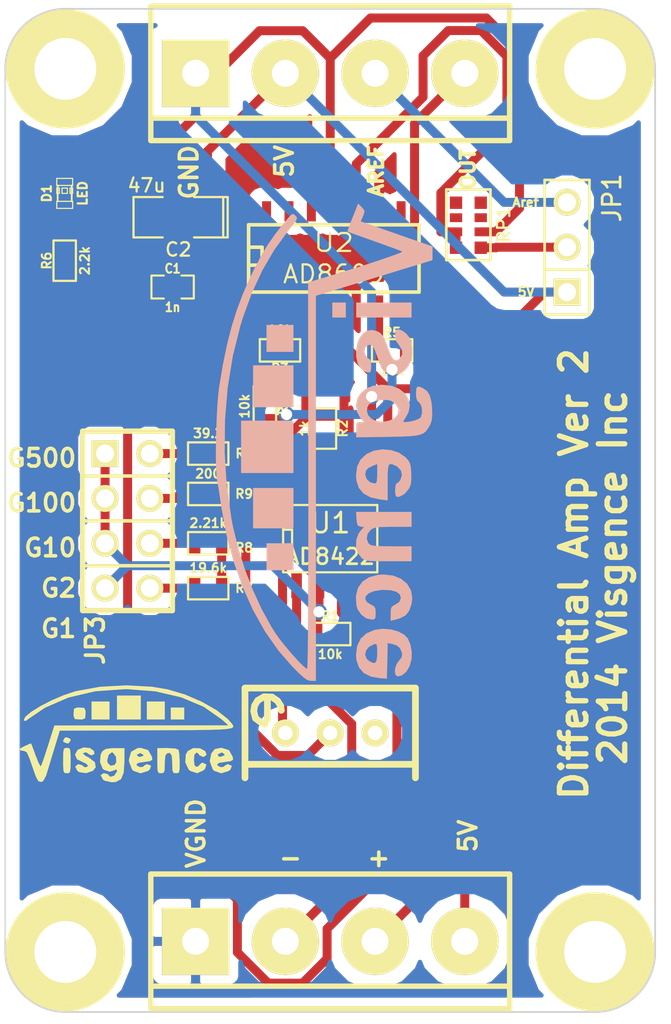
<source format=kicad_pcb>
(kicad_pcb (version 4) (host pcbnew "(2014-08-02 BZR 5044)-product")

  (general
    (links 50)
    (no_connects 0)
    (area 38.145962 28.80826 76.500001 93.3024)
    (thickness 1.6)
    (drawings 29)
    (tracks 173)
    (zones 0)
    (modules 27)
    (nets 26)
  )

  (page A4)
  (layers
    (0 F.Cu signal)
    (31 B.Cu signal)
    (32 B.Adhes user)
    (33 F.Adhes user)
    (34 B.Paste user)
    (35 F.Paste user)
    (36 B.SilkS user)
    (37 F.SilkS user)
    (38 B.Mask user)
    (39 F.Mask user)
    (40 Dwgs.User user)
    (41 Cmts.User user)
    (42 Eco1.User user)
    (43 Eco2.User user)
    (44 Edge.Cuts user)
  )

  (setup
    (last_trace_width 0.508)
    (trace_clearance 0.2032)
    (zone_clearance 0.762)
    (zone_45_only no)
    (trace_min 0.254)
    (segment_width 0.2)
    (edge_width 0.1)
    (via_size 0.889)
    (via_drill 0.635)
    (via_min_size 0.889)
    (via_min_drill 0.508)
    (uvia_size 0.508)
    (uvia_drill 0.127)
    (uvias_allowed no)
    (uvia_min_size 0.508)
    (uvia_min_drill 0.127)
    (pcb_text_width 0.3)
    (pcb_text_size 1.5 1.5)
    (mod_edge_width 0.15)
    (mod_text_size 1 1)
    (mod_text_width 0.15)
    (pad_size 6 6)
    (pad_drill 3.5)
    (pad_to_mask_clearance 0)
    (aux_axis_origin 0 0)
    (visible_elements 7FFFFF3F)
    (pcbplotparams
      (layerselection 0x010f0_80000001)
      (usegerberextensions true)
      (excludeedgelayer false)
      (linewidth 0.150000)
      (plotframeref false)
      (viasonmask false)
      (mode 1)
      (useauxorigin false)
      (hpglpennumber 1)
      (hpglpenspeed 20)
      (hpglpendiameter 15)
      (hpglpenoverlay 2)
      (psnegative false)
      (psa4output false)
      (plotreference true)
      (plotvalue true)
      (plotinvisibletext false)
      (padsonsilk false)
      (subtractmaskfromsilk true)
      (outputformat 1)
      (mirror false)
      (drillshape 0)
      (scaleselection 1)
      (outputdirectory gerber))
  )

  (net 0 "")
  (net 1 +5V)
  (net 2 AREF)
  (net 3 GND)
  (net 4 out)
  (net 5 vgnd)
  (net 6 "Net-(D1-Pad1)")
  (net 7 "Net-(JP1-Pad2)")
  (net 8 "Net-(JP3-Pad1)")
  (net 9 "Net-(JP3-Pad2)")
  (net 10 "Net-(JP3-Pad4)")
  (net 11 "Net-(JP3-Pad6)")
  (net 12 "Net-(JP3-Pad8)")
  (net 13 "Net-(P3-Pad2)")
  (net 14 "Net-(P3-Pad3)")
  (net 15 "Net-(R1-Pad2)")
  (net 16 "Net-(R2-Pad1)")
  (net 17 "Net-(R2-Pad2)")
  (net 18 "Net-(R3-Pad2)")
  (net 19 "Net-(R4-Pad2)")
  (net 20 "Net-(RP1-Pad3)")
  (net 21 "Net-(RP1-Pad4)")
  (net 22 "Net-(RP1-Pad5)")
  (net 23 "Net-(RP1-Pad6)")
  (net 24 "Net-(RP1-Pad7)")
  (net 25 "Net-(RV1-Pad3)")

  (net_class Default "This is the default net class."
    (clearance 0.2032)
    (trace_width 0.508)
    (via_dia 0.889)
    (via_drill 0.635)
    (uvia_dia 0.508)
    (uvia_drill 0.127)
    (add_net +5V)
    (add_net AREF)
    (add_net GND)
    (add_net "Net-(D1-Pad1)")
    (add_net "Net-(JP1-Pad2)")
    (add_net "Net-(JP3-Pad1)")
    (add_net "Net-(JP3-Pad2)")
    (add_net "Net-(JP3-Pad4)")
    (add_net "Net-(JP3-Pad6)")
    (add_net "Net-(JP3-Pad8)")
    (add_net "Net-(P3-Pad2)")
    (add_net "Net-(P3-Pad3)")
    (add_net "Net-(R1-Pad2)")
    (add_net "Net-(R2-Pad1)")
    (add_net "Net-(R2-Pad2)")
    (add_net "Net-(R3-Pad2)")
    (add_net "Net-(R4-Pad2)")
    (add_net "Net-(RP1-Pad3)")
    (add_net "Net-(RP1-Pad4)")
    (add_net "Net-(RP1-Pad5)")
    (add_net "Net-(RP1-Pad6)")
    (add_net "Net-(RP1-Pad7)")
    (add_net "Net-(RV1-Pad3)")
    (add_net out)
    (add_net vgnd)
  )

  (module visgence_parts:1pin_C (layer F.Cu) (tedit 531FEC64) (tstamp 53794E7F)
    (at 72.2 37.4)
    (descr "module 1 pin (ou trou mecanique de percage)")
    (tags DEV)
    (path 1pin)
    (fp_text reference h2 (at 0 -3.048) (layer F.SilkS) hide
      (effects (font (size 1.016 1.016) (thickness 0.254)))
    )
    (fp_text value pin (at 0 2.794) (layer F.SilkS) hide
      (effects (font (size 1.016 1.016) (thickness 0.254)))
    )
    (fp_circle (center 0 0) (end 3.175 0.2286) (layer F.SilkS) (width 0.381))
    (pad 1 thru_hole circle (at 0 0) (size 6 6) (drill 3.5) (layers *.Cu *.Mask F.SilkS))
  )

  (module visgence_parts:1pin_C (layer F.Cu) (tedit 531FEC5B) (tstamp 53794E6A)
    (at 42.2 37.4)
    (descr "module 1 pin (ou trou mecanique de percage)")
    (tags DEV)
    (path 1pin)
    (fp_text reference h1 (at 0 -3.048) (layer F.SilkS) hide
      (effects (font (size 1.016 1.016) (thickness 0.254)))
    )
    (fp_text value pin (at 0 2.794) (layer F.SilkS) hide
      (effects (font (size 1.016 1.016) (thickness 0.254)))
    )
    (fp_circle (center 0 0) (end 3.175 0.2286) (layer F.SilkS) (width 0.381))
    (pad 1 thru_hole circle (at 0 0) (size 6 6) (drill 3.5) (layers *.Cu *.Mask F.SilkS))
  )

  (module visgence_parts:1pin_C (layer F.Cu) (tedit 531FEC78) (tstamp 53794E71)
    (at 72.2 87.4)
    (descr "module 1 pin (ou trou mecanique de percage)")
    (tags DEV)
    (path 1pin)
    (fp_text reference h4 (at 0 -3.048) (layer F.SilkS) hide
      (effects (font (size 1.016 1.016) (thickness 0.254)))
    )
    (fp_text value pin (at 0 2.794) (layer F.SilkS) hide
      (effects (font (size 1.016 1.016) (thickness 0.254)))
    )
    (fp_circle (center 0 0) (end 3.175 0.2286) (layer F.SilkS) (width 0.381))
    (pad 1 thru_hole circle (at 0 0) (size 6 6) (drill 3.5) (layers *.Cu *.Mask F.SilkS))
  )

  (module visgence_parts:1pin_C (layer F.Cu) (tedit 531FEC6C) (tstamp 53794E78)
    (at 42.2 87.4)
    (descr "module 1 pin (ou trou mecanique de percage)")
    (tags DEV)
    (path 1pin)
    (fp_text reference h3 (at 0 -3.048) (layer F.SilkS) hide
      (effects (font (size 1.016 1.016) (thickness 0.254)))
    )
    (fp_text value pin (at 0 2.794) (layer F.SilkS) hide
      (effects (font (size 1.016 1.016) (thickness 0.254)))
    )
    (fp_circle (center 0 0) (end 3.175 0.2286) (layer F.SilkS) (width 0.381))
    (pad 1 thru_hole circle (at 0 0) (size 6 6) (drill 3.5) (layers *.Cu *.Mask F.SilkS))
  )

  (module visgence_parts:LOGO (layer F.Cu) (tedit 53F1A52D) (tstamp 53F1A5A5)
    (at 45.8 75)
    (fp_text reference G1 (at 0 3.63982) (layer F.SilkS) hide
      (effects (font (thickness 0.3048)))
    )
    (fp_text value LOGO (at 0 -3.63982) (layer F.SilkS) hide
      (effects (font (thickness 0.3048)))
    )
    (fp_poly (pts (xy -4.96824 2.77622) (xy -4.8514 2.72288) (xy -4.6863 2.41046) (xy -4.59486 2.11328)
      (xy -3.91668 -0.127) (xy 1.0033 -0.14732) (xy 2.46126 -0.15494) (xy 3.60934 -0.16002)
      (xy 4.4831 -0.17272) (xy 5.1181 -0.1905) (xy 5.54482 -0.22098) (xy 5.79628 -0.26416)
      (xy 5.9055 -0.32766) (xy 5.9055 -0.41402) (xy 5.8293 -0.52578) (xy 5.70738 -0.66802)
      (xy 5.59054 -0.79502) (xy 4.9657 -1.28778) (xy 4.13004 -1.76276) (xy 3.18262 -2.1717)
      (xy 2.21488 -2.46126) (xy 1.31826 -2.61366) (xy -0.1397 -2.69494) (xy -1.63068 -2.61366)
      (xy -2.99212 -2.36728) (xy -3.04038 -2.35458) (xy -3.69316 -2.13614) (xy -4.37134 -1.84658)
      (xy -5.0038 -1.52146) (xy -5.5245 -1.19888) (xy -5.86486 -0.91948) (xy -5.9563 -0.71882)
      (xy -5.94614 -0.6985) (xy -5.83184 -0.6858) (xy -5.55752 -0.88138) (xy -4.74726 -1.43002)
      (xy -3.42392 -2.00406) (xy -1.89992 -2.35966) (xy -0.21082 -2.47904) (xy -0.10668 -2.47904)
      (xy 1.4986 -2.35458) (xy 2.96164 -2.01676) (xy 4.2291 -1.48336) (xy 5.25272 -0.76962)
      (xy 5.62864 -0.42926) (xy -4.22148 -0.42164) (xy -4.58216 0.72136) (xy -4.76504 1.28524)
      (xy -4.90982 1.7018) (xy -4.98856 1.88468) (xy -5.01396 1.87706) (xy -5.12826 1.66878)
      (xy -5.28574 1.27) (xy -5.3467 1.09474) (xy -5.48132 0.73406) (xy -5.54482 0.59182)
      (xy -5.6388 0.62738) (xy -5.92328 0.75184) (xy -6.16204 0.88138) (xy -6.16712 0.98044)
      (xy -5.91312 1.0287) (xy -5.77596 1.10744) (xy -5.6261 1.45542) (xy -5.4991 1.82626)
      (xy -5.31368 2.35204) (xy -5.26034 2.4892) (xy -5.12318 2.73558) (xy -4.96824 2.77622)) (layer F.SilkS) (width 0.00254))
    (fp_poly (pts (xy -0.9652 2.794) (xy -0.7366 2.77368) (xy -0.4445 2.6162) (xy -0.29464 2.24536)
      (xy -0.25146 1.60528) (xy -0.25146 0.8636) (xy -0.79502 0.86106) (xy -0.9652 0.8636)
      (xy -1.30302 0.90424) (xy -1.49352 1.0287) (xy -1.6002 1.22174) (xy -1.63576 1.65354)
      (xy -1.4859 2.02438) (xy -1.41478 2.08788) (xy -1.07696 2.1971) (xy -1.0414 2.1844)
      (xy -1.0414 1.85928) (xy -1.21158 1.68402) (xy -1.22682 1.5367) (xy -1.14808 1.23952)
      (xy -0.9779 1.09982) (xy -0.89916 1.12014) (xy -0.73406 1.34112) (xy -0.71374 1.65862)
      (xy -0.8128 1.81356) (xy -1.0414 1.85928) (xy -1.0414 2.1844) (xy -0.77724 2.09804)
      (xy -0.72644 2.05486) (xy -0.67564 2.1336) (xy -0.68326 2.1971) (xy -0.8382 2.4257)
      (xy -1.05918 2.48412) (xy -1.06172 2.48158) (xy -1.18364 2.35966) (xy -1.19888 2.33426)
      (xy -1.39446 2.28346) (xy -1.43764 2.286) (xy -1.6002 2.39014) (xy -1.46812 2.63906)
      (xy -1.39446 2.70002) (xy -0.9652 2.794)) (layer F.SilkS) (width 0.00254))
    (fp_poly (pts (xy -3.51282 2.28346) (xy -3.43154 2.28092) (xy -3.3401 2.2225) (xy -3.30708 2.01676)
      (xy -3.29946 1.56464) (xy -3.302 1.29032) (xy -3.31978 0.98044) (xy -3.38074 0.8636)
      (xy -3.51282 0.84582) (xy -3.5941 0.84836) (xy -3.68554 0.90678) (xy -3.71856 1.11506)
      (xy -3.72364 1.56464) (xy -3.72364 1.83896) (xy -3.70586 2.14884) (xy -3.6449 2.26568)
      (xy -3.51282 2.28346)) (layer F.SilkS) (width 0.00254))
    (fp_poly (pts (xy -2.42316 2.27584) (xy -2.0447 2.14884) (xy -1.8796 1.95072) (xy -1.92532 1.65862)
      (xy -2.26314 1.397) (xy -2.47142 1.29032) (xy -2.6162 1.15062) (xy -2.45364 1.09982)
      (xy -2.41554 1.10236) (xy -2.28346 1.18364) (xy -2.28092 1.20396) (xy -2.11582 1.26746)
      (xy -1.95326 1.19888) (xy -1.9812 1.01854) (xy -2.20726 0.85598) (xy -2.5654 0.82296)
      (xy -2.90322 0.95504) (xy -3.04546 1.21158) (xy -3.04546 1.2446) (xy -2.93878 1.49352)
      (xy -2.58572 1.6637) (xy -2.41046 1.74498) (xy -2.30378 1.8796) (xy -2.44602 1.94564)
      (xy -2.49174 1.9431) (xy -2.62382 1.86182) (xy -2.63906 1.83134) (xy -2.83464 1.77546)
      (xy -2.89306 1.78054) (xy -3.04292 1.90754) (xy -2.91338 2.15138) (xy -2.80416 2.22504)
      (xy -2.42316 2.27584)) (layer F.SilkS) (width 0.00254))
    (fp_poly (pts (xy 0.65532 2.286) (xy 1.0795 2.15392) (xy 1.18364 2.06502) (xy 1.2573 1.86436)
      (xy 1.05664 1.77546) (xy 0.98044 1.78308) (xy 0.84582 1.86182) (xy 0.81788 1.91008)
      (xy 0.63246 1.94056) (xy 0.45974 1.85674) (xy 0.4318 1.76784) (xy 0.54864 1.69164)
      (xy 0.635 1.67894) (xy 0.635 1.35382) (xy 0.5461 1.3462) (xy 0.4445 1.24714)
      (xy 0.44958 1.23444) (xy 0.635 1.14046) (xy 0.65532 1.143) (xy 0.8255 1.24714)
      (xy 0.8255 1.29032) (xy 0.635 1.35382) (xy 0.635 1.67894) (xy 0.92456 1.63576)
      (xy 1.17856 1.6002) (xy 1.32334 1.52654) (xy 1.31064 1.36144) (xy 1.31064 1.36144)
      (xy 1.08712 0.97028) (xy 0.66294 0.84582) (xy 0.49022 0.85852) (xy 0.12446 1.0668)
      (xy 0 1.5113) (xy 0.00508 1.61544) (xy 0.17526 2.06248) (xy 0.26162 2.14884)
      (xy 0.65532 2.286)) (layer F.SilkS) (width 0.00254))
    (fp_poly (pts (xy 2.667 2.28346) (xy 2.7051 2.28346) (xy 2.82448 2.2479) (xy 2.8702 2.07772)
      (xy 2.87528 1.67132) (xy 2.87528 1.59258) (xy 2.85242 1.17602) (xy 2.80924 0.95504)
      (xy 2.63398 0.88392) (xy 2.17678 0.85598) (xy 1.60782 0.86106) (xy 1.60782 1.57226)
      (xy 1.60782 1.83642) (xy 1.6256 2.14884) (xy 1.68656 2.26568) (xy 1.81864 2.28346)
      (xy 1.96342 2.2606) (xy 2.02184 2.11582) (xy 2.032 1.74244) (xy 2.032 1.62052)
      (xy 2.06502 1.27762) (xy 2.16662 1.15062) (xy 2.32664 1.1303) (xy 2.42824 1.30048)
      (xy 2.45364 1.7399) (xy 2.4638 2.11328) (xy 2.51968 2.2606) (xy 2.667 2.28346)) (layer F.SilkS) (width 0.00254))
    (fp_poly (pts (xy 3.86334 2.28092) (xy 4.23164 2.11582) (xy 4.31546 2.0193) (xy 4.38912 1.78562)
      (xy 4.191 1.69164) (xy 4.11988 1.69672) (xy 3.97764 1.82626) (xy 3.9751 1.84912)
      (xy 3.83032 1.9304) (xy 3.71602 1.83642) (xy 3.683 1.52146) (xy 3.7084 1.22682)
      (xy 3.83032 1.11506) (xy 3.85826 1.11252) (xy 3.97764 1.2192) (xy 3.98526 1.26238)
      (xy 4.191 1.35382) (xy 4.25958 1.34874) (xy 4.40182 1.2319) (xy 4.31546 1.02616)
      (xy 4.02082 0.86868) (xy 3.64744 0.85852) (xy 3.33756 1.02108) (xy 3.22326 1.21666)
      (xy 3.19024 1.6637) (xy 3.38074 2.06756) (xy 3.46964 2.14884) (xy 3.86334 2.28092)) (layer F.SilkS) (width 0.00254))
    (fp_poly (pts (xy 5.22732 2.286) (xy 5.6515 2.15392) (xy 5.75564 2.06502) (xy 5.8293 1.86436)
      (xy 5.62864 1.77546) (xy 5.55244 1.78308) (xy 5.41782 1.86182) (xy 5.38988 1.91008)
      (xy 5.20446 1.94056) (xy 5.03174 1.85674) (xy 5.0038 1.76784) (xy 5.12064 1.69164)
      (xy 5.19938 1.68148) (xy 5.19938 1.35382) (xy 5.07238 1.33096) (xy 5.0292 1.21666)
      (xy 5.2324 1.11506) (xy 5.28828 1.10998) (xy 5.41782 1.2192) (xy 5.4102 1.26492)
      (xy 5.19938 1.35382) (xy 5.19938 1.68148) (xy 5.49656 1.63576) (xy 5.75056 1.6002)
      (xy 5.89534 1.52654) (xy 5.88264 1.36144) (xy 5.66928 0.9779) (xy 5.25526 0.84582)
      (xy 5.1943 0.84836) (xy 4.8641 0.9144) (xy 4.66852 1.15824) (xy 4.57708 1.6002)
      (xy 4.74726 2.06248) (xy 4.83362 2.14884) (xy 5.22732 2.286)) (layer F.SilkS) (width 0.00254))
    (fp_poly (pts (xy -3.51282 0.59182) (xy -3.4036 0.57912) (xy -3.29946 0.42164) (xy -3.3147 0.33528)
      (xy -3.51282 0.25146) (xy -3.6195 0.26416) (xy -3.72364 0.42164) (xy -3.71094 0.508)
      (xy -3.51282 0.59182)) (layer F.SilkS) (width 0.00254))
    (fp_poly (pts (xy -2.79146 -0.762) (xy -2.63906 -0.762) (xy -2.4765 -0.83058) (xy -2.45364 -1.09982)
      (xy -2.45618 -1.25476) (xy -2.52476 -1.41478) (xy -2.79146 -1.43764) (xy -2.9464 -1.4351)
      (xy -3.10896 -1.36906) (xy -3.13182 -1.09982) (xy -3.12928 -0.94488) (xy -3.0607 -0.78486)
      (xy -2.79146 -0.762)) (layer F.SilkS) (width 0.00254))
    (fp_poly (pts (xy -1.09982 -0.762) (xy -1.09982 -1.778) (xy -2.11582 -1.778) (xy -2.11582 -0.762)
      (xy -1.09982 -0.762)) (layer F.SilkS) (width 0.00254))
    (fp_poly (pts (xy 0.67564 -0.762) (xy 0.67564 -2.11582) (xy -0.67564 -2.11582) (xy -0.67564 -0.762)
      (xy 0.67564 -0.762)) (layer F.SilkS) (width 0.00254))
    (fp_poly (pts (xy 2.032 -0.762) (xy 2.032 -1.778) (xy 1.016 -1.778) (xy 1.016 -0.762)
      (xy 2.032 -0.762)) (layer F.SilkS) (width 0.00254))
    (fp_poly (pts (xy 3.13182 -0.762) (xy 3.13182 -1.43764) (xy 2.36982 -1.43764) (xy 2.36982 -0.762)
      (xy 3.13182 -0.762)) (layer F.SilkS) (width 0.00254))
  )

  (module SO8E (layer F.Cu) (tedit 4F33A5C7) (tstamp 53794E63)
    (at 57.2 64)
    (descr "module CMS SOJ 8 pins etroit")
    (tags "CMS SOJ")
    (path /53791D0E)
    (attr smd)
    (fp_text reference U1 (at 0 -0.889) (layer F.SilkS)
      (effects (font (size 1.143 1.143) (thickness 0.1524)))
    )
    (fp_text value AD8422 (at 0 1.016) (layer F.SilkS)
      (effects (font (size 0.889 0.889) (thickness 0.1524)))
    )
    (fp_line (start -2.667 1.778) (end -2.667 1.905) (layer F.SilkS) (width 0.127))
    (fp_line (start -2.667 1.905) (end 2.667 1.905) (layer F.SilkS) (width 0.127))
    (fp_line (start 2.667 -1.905) (end -2.667 -1.905) (layer F.SilkS) (width 0.127))
    (fp_line (start -2.667 -1.905) (end -2.667 1.778) (layer F.SilkS) (width 0.127))
    (fp_line (start -2.667 -0.508) (end -2.159 -0.508) (layer F.SilkS) (width 0.127))
    (fp_line (start -2.159 -0.508) (end -2.159 0.508) (layer F.SilkS) (width 0.127))
    (fp_line (start -2.159 0.508) (end -2.667 0.508) (layer F.SilkS) (width 0.127))
    (fp_line (start 2.667 -1.905) (end 2.667 1.905) (layer F.SilkS) (width 0.127))
    (pad 8 smd rect (at -1.905 -2.667) (size 0.59944 1.39954) (layers F.Cu F.Paste F.Mask)
      (net 1 +5V))
    (pad 1 smd rect (at -1.905 2.667) (size 0.59944 1.39954) (layers F.Cu F.Paste F.Mask)
      (net 13 "Net-(P3-Pad2)"))
    (pad 7 smd rect (at -0.635 -2.667) (size 0.59944 1.39954) (layers F.Cu F.Paste F.Mask)
      (net 17 "Net-(R2-Pad2)"))
    (pad 6 smd rect (at 0.635 -2.667) (size 0.59944 1.39954) (layers F.Cu F.Paste F.Mask)
      (net 5 vgnd))
    (pad 5 smd rect (at 1.905 -2.667) (size 0.59944 1.39954) (layers F.Cu F.Paste F.Mask)
      (net 3 GND))
    (pad 2 smd rect (at -0.635 2.667) (size 0.59944 1.39954) (layers F.Cu F.Paste F.Mask)
      (net 8 "Net-(JP3-Pad1)"))
    (pad 3 smd rect (at 0.635 2.667) (size 0.59944 1.39954) (layers F.Cu F.Paste F.Mask)
      (net 15 "Net-(R1-Pad2)"))
    (pad 4 smd rect (at 1.905 2.667) (size 0.59944 1.39954) (layers F.Cu F.Paste F.Mask)
      (net 14 "Net-(P3-Pad3)"))
    (model smd/cms_so8.wrl
      (at (xyz 0 0 0))
      (scale (xyz 0.5 0.3199999928474426 0.5))
      (rotate (xyz 0 0 0))
    )
  )

  (module SO14E (layer F.Cu) (tedit 42806FBF) (tstamp 53794E99)
    (at 57.404 48.006)
    (descr "module CMS SOJ 14 pins etroit")
    (tags "CMS SOJ")
    (path /53791DA7)
    (attr smd)
    (fp_text reference U2 (at 0 -0.762) (layer F.SilkS)
      (effects (font (size 1.016 1.143) (thickness 0.127)))
    )
    (fp_text value AD8609 (at 0 1.016) (layer F.SilkS)
      (effects (font (size 1.016 1.016) (thickness 0.127)))
    )
    (fp_line (start -4.826 -1.778) (end 4.826 -1.778) (layer F.SilkS) (width 0.2032))
    (fp_line (start 4.826 -1.778) (end 4.826 2.032) (layer F.SilkS) (width 0.2032))
    (fp_line (start 4.826 2.032) (end -4.826 2.032) (layer F.SilkS) (width 0.2032))
    (fp_line (start -4.826 2.032) (end -4.826 -1.778) (layer F.SilkS) (width 0.2032))
    (fp_line (start -4.826 -0.508) (end -4.064 -0.508) (layer F.SilkS) (width 0.2032))
    (fp_line (start -4.064 -0.508) (end -4.064 0.508) (layer F.SilkS) (width 0.2032))
    (fp_line (start -4.064 0.508) (end -4.826 0.508) (layer F.SilkS) (width 0.2032))
    (pad 1 smd rect (at -3.81 2.794) (size 0.508 1.143) (layers F.Cu F.Paste F.Mask)
      (net 18 "Net-(R3-Pad2)"))
    (pad 2 smd rect (at -2.54 2.794) (size 0.508 1.143) (layers F.Cu F.Paste F.Mask)
      (net 16 "Net-(R2-Pad1)"))
    (pad 3 smd rect (at -1.27 2.794) (size 0.508 1.143) (layers F.Cu F.Paste F.Mask)
      (net 5 vgnd))
    (pad 4 smd rect (at 0 2.794) (size 0.508 1.143) (layers F.Cu F.Paste F.Mask)
      (net 1 +5V))
    (pad 5 smd rect (at 1.27 2.794) (size 0.508 1.143) (layers F.Cu F.Paste F.Mask)
      (net 5 vgnd))
    (pad 6 smd rect (at 2.54 2.794) (size 0.508 1.143) (layers F.Cu F.Paste F.Mask)
      (net 19 "Net-(R4-Pad2)"))
    (pad 7 smd rect (at 3.81 2.794) (size 0.508 1.143) (layers F.Cu F.Paste F.Mask)
      (net 4 out))
    (pad 8 smd rect (at 3.81 -2.54) (size 0.508 1.143) (layers F.Cu F.Paste F.Mask)
      (net 5 vgnd))
    (pad 9 smd rect (at 2.54 -2.54) (size 0.508 1.143) (layers F.Cu F.Paste F.Mask)
      (net 5 vgnd))
    (pad 10 smd rect (at 1.27 -2.54) (size 0.508 1.143) (layers F.Cu F.Paste F.Mask)
      (net 24 "Net-(RP1-Pad7)"))
    (pad 11 smd rect (at 0 -2.54) (size 0.508 1.143) (layers F.Cu F.Paste F.Mask)
      (net 3 GND))
    (pad 12 smd rect (at -1.27 -2.54) (size 0.508 1.143) (layers F.Cu F.Paste F.Mask))
    (pad 13 smd rect (at -2.54 -2.54) (size 0.508 1.143) (layers F.Cu F.Paste F.Mask))
    (pad 14 smd rect (at -3.81 -2.54) (size 0.508 1.143) (layers F.Cu F.Paste F.Mask))
    (model smd/cms_so14.wrl
      (at (xyz 0 0 0))
      (scale (xyz 0.5 0.300000011920929 0.5))
      (rotate (xyz 0 0 0))
    )
  )

  (module SM1206POL_VIS (layer F.Cu) (tedit 53F1A3CA) (tstamp 53794E3A)
    (at 48.6 45.8 180)
    (path /53791DCB)
    (attr smd)
    (fp_text reference C2 (at 0 -1.8288 180) (layer F.SilkS)
      (effects (font (size 0.762 0.762) (thickness 0.127)))
    )
    (fp_text value 47u (at 1.8 1.8 180) (layer F.SilkS)
      (effects (font (size 0.762 0.762) (thickness 0.127)))
    )
    (fp_line (start -2.54 -1.143) (end -2.794 -1.143) (layer F.SilkS) (width 0.127))
    (fp_line (start -2.794 -1.143) (end -2.794 1.143) (layer F.SilkS) (width 0.127))
    (fp_line (start -2.794 1.143) (end -2.54 1.143) (layer F.SilkS) (width 0.127))
    (fp_line (start -2.54 -1.143) (end -2.54 1.143) (layer F.SilkS) (width 0.127))
    (fp_line (start -2.54 1.143) (end -0.889 1.143) (layer F.SilkS) (width 0.127))
    (fp_line (start 0.889 -1.143) (end 2.54 -1.143) (layer F.SilkS) (width 0.127))
    (fp_line (start 2.54 -1.143) (end 2.54 1.143) (layer F.SilkS) (width 0.127))
    (fp_line (start 2.54 1.143) (end 0.889 1.143) (layer F.SilkS) (width 0.127))
    (fp_line (start -0.889 -1.143) (end -2.54 -1.143) (layer F.SilkS) (width 0.127))
    (pad 1 smd rect (at -1.651 0 180) (size 1.524 2.032) (layers F.Cu F.Paste F.Mask)
      (net 1 +5V))
    (pad 2 smd rect (at 1.651 0 180) (size 1.524 2.032) (layers F.Cu F.Paste F.Mask)
      (net 3 GND))
    (model smd/chip_cms_pol.wrl
      (at (xyz 0 0 0))
      (scale (xyz 0.1700000017881393 0.1599999964237213 0.1599999964237213))
      (rotate (xyz 0 0 0))
    )
  )

  (module SM0603_VIS (layer F.Cu) (tedit 52A161E2) (tstamp 53794E0C)
    (at 60.706 53.34)
    (path /53791D2C)
    (attr smd)
    (fp_text reference R5 (at 0 -1.016) (layer F.SilkS)
      (effects (font (size 0.508 0.508) (thickness 0.1143)))
    )
    (fp_text value 10k (at 0 1.143) (layer F.SilkS)
      (effects (font (size 0.508 0.508) (thickness 0.1143)))
    )
    (fp_line (start -1.143 -0.635) (end 1.143 -0.635) (layer F.SilkS) (width 0.127))
    (fp_line (start 1.143 -0.635) (end 1.143 0.635) (layer F.SilkS) (width 0.127))
    (fp_line (start 1.143 0.635) (end -1.143 0.635) (layer F.SilkS) (width 0.127))
    (fp_line (start -1.143 0.635) (end -1.143 -0.635) (layer F.SilkS) (width 0.127))
    (pad 1 smd rect (at -0.762 0) (size 0.635 1.143) (layers F.Cu F.Paste F.Mask)
      (net 19 "Net-(R4-Pad2)"))
    (pad 2 smd rect (at 0.762 0) (size 0.635 1.143) (layers F.Cu F.Paste F.Mask)
      (net 4 out))
    (model smd\resistors\R0603.wrl
      (at (xyz 0 0 0.001000000047497451))
      (scale (xyz 0.5 0.5 0.5))
      (rotate (xyz 0 0 0))
    )
  )

  (module SM0603_VIS (layer F.Cu) (tedit 52A161E2) (tstamp 53794E01)
    (at 53.5 56.5 270)
    (path /53791D32)
    (attr smd)
    (fp_text reference R4 (at 0 -1.016 270) (layer F.SilkS)
      (effects (font (size 0.508 0.508) (thickness 0.1143)))
    )
    (fp_text value 10k (at 0 1.143 270) (layer F.SilkS)
      (effects (font (size 0.508 0.508) (thickness 0.1143)))
    )
    (fp_line (start -1.143 -0.635) (end 1.143 -0.635) (layer F.SilkS) (width 0.127))
    (fp_line (start 1.143 -0.635) (end 1.143 0.635) (layer F.SilkS) (width 0.127))
    (fp_line (start 1.143 0.635) (end -1.143 0.635) (layer F.SilkS) (width 0.127))
    (fp_line (start -1.143 0.635) (end -1.143 -0.635) (layer F.SilkS) (width 0.127))
    (pad 1 smd rect (at -0.762 0 270) (size 0.635 1.143) (layers F.Cu F.Paste F.Mask)
      (net 18 "Net-(R3-Pad2)"))
    (pad 2 smd rect (at 0.762 0 270) (size 0.635 1.143) (layers F.Cu F.Paste F.Mask)
      (net 19 "Net-(R4-Pad2)"))
    (model smd\resistors\R0603.wrl
      (at (xyz 0 0 0.001000000047497451))
      (scale (xyz 0.5 0.5 0.5))
      (rotate (xyz 0 0 0))
    )
  )

  (module SM0603_VIS (layer F.Cu) (tedit 52A161E2) (tstamp 53794DF6)
    (at 54.356 53.34 180)
    (path /53791D38)
    (attr smd)
    (fp_text reference R3 (at 0 -1.016 180) (layer F.SilkS)
      (effects (font (size 0.508 0.508) (thickness 0.1143)))
    )
    (fp_text value 10k (at 0 1.143 180) (layer F.SilkS)
      (effects (font (size 0.508 0.508) (thickness 0.1143)))
    )
    (fp_line (start -1.143 -0.635) (end 1.143 -0.635) (layer F.SilkS) (width 0.127))
    (fp_line (start 1.143 -0.635) (end 1.143 0.635) (layer F.SilkS) (width 0.127))
    (fp_line (start 1.143 0.635) (end -1.143 0.635) (layer F.SilkS) (width 0.127))
    (fp_line (start -1.143 0.635) (end -1.143 -0.635) (layer F.SilkS) (width 0.127))
    (pad 1 smd rect (at -0.762 0 180) (size 0.635 1.143) (layers F.Cu F.Paste F.Mask)
      (net 16 "Net-(R2-Pad1)"))
    (pad 2 smd rect (at 0.762 0 180) (size 0.635 1.143) (layers F.Cu F.Paste F.Mask)
      (net 18 "Net-(R3-Pad2)"))
    (model smd\resistors\R0603.wrl
      (at (xyz 0 0 0.001000000047497451))
      (scale (xyz 0.5 0.5 0.5))
      (rotate (xyz 0 0 0))
    )
  )

  (module SM0603_VIS (layer F.Cu) (tedit 52A161E2) (tstamp 53794DEB)
    (at 56.9 57.766 270)
    (path /53791D44)
    (attr smd)
    (fp_text reference R2 (at 0 -1.016 270) (layer F.SilkS)
      (effects (font (size 0.508 0.508) (thickness 0.1143)))
    )
    (fp_text value 1k (at 0 1.143 270) (layer F.SilkS)
      (effects (font (size 0.508 0.508) (thickness 0.1143)))
    )
    (fp_line (start -1.143 -0.635) (end 1.143 -0.635) (layer F.SilkS) (width 0.127))
    (fp_line (start 1.143 -0.635) (end 1.143 0.635) (layer F.SilkS) (width 0.127))
    (fp_line (start 1.143 0.635) (end -1.143 0.635) (layer F.SilkS) (width 0.127))
    (fp_line (start -1.143 0.635) (end -1.143 -0.635) (layer F.SilkS) (width 0.127))
    (pad 1 smd rect (at -0.762 0 270) (size 0.635 1.143) (layers F.Cu F.Paste F.Mask)
      (net 16 "Net-(R2-Pad1)"))
    (pad 2 smd rect (at 0.762 0 270) (size 0.635 1.143) (layers F.Cu F.Paste F.Mask)
      (net 17 "Net-(R2-Pad2)"))
    (model smd\resistors\R0603.wrl
      (at (xyz 0 0 0.001000000047497451))
      (scale (xyz 0.5 0.5 0.5))
      (rotate (xyz 0 0 0))
    )
  )

  (module SM0603_VIS (layer F.Cu) (tedit 52A161E2) (tstamp 53794DE0)
    (at 42.164 48.26 90)
    (path /53791DD5)
    (attr smd)
    (fp_text reference R6 (at 0 -1.016 90) (layer F.SilkS)
      (effects (font (size 0.508 0.508) (thickness 0.1143)))
    )
    (fp_text value 2.2k (at 0 1.143 90) (layer F.SilkS)
      (effects (font (size 0.508 0.508) (thickness 0.1143)))
    )
    (fp_line (start -1.143 -0.635) (end 1.143 -0.635) (layer F.SilkS) (width 0.127))
    (fp_line (start 1.143 -0.635) (end 1.143 0.635) (layer F.SilkS) (width 0.127))
    (fp_line (start 1.143 0.635) (end -1.143 0.635) (layer F.SilkS) (width 0.127))
    (fp_line (start -1.143 0.635) (end -1.143 -0.635) (layer F.SilkS) (width 0.127))
    (pad 1 smd rect (at -0.762 0 90) (size 0.635 1.143) (layers F.Cu F.Paste F.Mask)
      (net 1 +5V))
    (pad 2 smd rect (at 0.762 0 90) (size 0.635 1.143) (layers F.Cu F.Paste F.Mask)
      (net 6 "Net-(D1-Pad1)"))
    (model smd\resistors\R0603.wrl
      (at (xyz 0 0 0.001000000047497451))
      (scale (xyz 0.5 0.5 0.5))
      (rotate (xyz 0 0 0))
    )
  )

  (module SM0603_VIS (layer F.Cu) (tedit 52A161E2) (tstamp 53794DD5)
    (at 57.2 69.4)
    (path /53791F5A)
    (attr smd)
    (fp_text reference R1 (at 0 -1.016) (layer F.SilkS)
      (effects (font (size 0.508 0.508) (thickness 0.1143)))
    )
    (fp_text value 10k (at 0 1.143) (layer F.SilkS)
      (effects (font (size 0.508 0.508) (thickness 0.1143)))
    )
    (fp_line (start -1.143 -0.635) (end 1.143 -0.635) (layer F.SilkS) (width 0.127))
    (fp_line (start 1.143 -0.635) (end 1.143 0.635) (layer F.SilkS) (width 0.127))
    (fp_line (start 1.143 0.635) (end -1.143 0.635) (layer F.SilkS) (width 0.127))
    (fp_line (start -1.143 0.635) (end -1.143 -0.635) (layer F.SilkS) (width 0.127))
    (pad 1 smd rect (at -0.762 0) (size 0.635 1.143) (layers F.Cu F.Paste F.Mask)
      (net 8 "Net-(JP3-Pad1)"))
    (pad 2 smd rect (at 0.762 0) (size 0.635 1.143) (layers F.Cu F.Paste F.Mask)
      (net 15 "Net-(R1-Pad2)"))
    (model smd\resistors\R0603.wrl
      (at (xyz 0 0 0.001000000047497451))
      (scale (xyz 0.5 0.5 0.5))
      (rotate (xyz 0 0 0))
    )
  )

  (module SM0603_Capa_VIS (layer F.Cu) (tedit 52A163D0) (tstamp 53794E19)
    (at 48.276 49.752)
    (path /53791DB9)
    (attr smd)
    (fp_text reference C1 (at 0 -1.0414) (layer F.SilkS)
      (effects (font (size 0.508 0.4572) (thickness 0.1143)))
    )
    (fp_text value 1n (at 0 1.143) (layer F.SilkS)
      (effects (font (size 0.508 0.4572) (thickness 0.1143)))
    )
    (fp_line (start 0.50038 0.65024) (end 1.19888 0.65024) (layer F.SilkS) (width 0.11938))
    (fp_line (start -0.50038 0.65024) (end -1.19888 0.65024) (layer F.SilkS) (width 0.11938))
    (fp_line (start 0.50038 -0.65024) (end 1.19888 -0.65024) (layer F.SilkS) (width 0.11938))
    (fp_line (start -1.19888 -0.65024) (end -0.50038 -0.65024) (layer F.SilkS) (width 0.11938))
    (fp_line (start 1.19888 -0.635) (end 1.19888 0.635) (layer F.SilkS) (width 0.11938))
    (fp_line (start -1.19888 0.635) (end -1.19888 -0.635) (layer F.SilkS) (width 0.11938))
    (pad 1 smd rect (at -0.762 0) (size 0.635 1.143) (layers F.Cu F.Paste F.Mask)
      (net 3 GND))
    (pad 2 smd rect (at 0.762 0) (size 0.635 1.143) (layers F.Cu F.Paste F.Mask)
      (net 1 +5V))
    (model smd\capacitors\C0603.wrl
      (at (xyz 0 0 0.001000000047497451))
      (scale (xyz 0.5 0.5 0.5))
      (rotate (xyz 0 0 0))
    )
  )

  (module RESARRAY-0612 (layer F.Cu) (tedit 538957B8) (tstamp 53794E2A)
    (at 65.024 46.228 90)
    (path /53792114)
    (fp_text reference RP1 (at 0 2 90) (layer F.SilkS)
      (effects (font (size 0.7 0.7) (thickness 0.125)))
    )
    (fp_text value R_PACK4 (at 0 -1.75 180) (layer F.SilkS) hide
      (effects (font (size 0.7 0.7) (thickness 0.08)))
    )
    (fp_line (start -2 -1.25) (end 2 -1.25) (layer F.SilkS) (width 0.15))
    (fp_line (start 2 -1.25) (end 2 1.25) (layer F.SilkS) (width 0.15))
    (fp_line (start 2 1.25) (end -2 1.25) (layer F.SilkS) (width 0.15))
    (fp_line (start -2 1.25) (end -2 -1.25) (layer F.SilkS) (width 0.15))
    (pad 1 smd rect (at -1.3 0.7 90) (size 0.7 0.7) (layers F.Cu F.Paste F.Mask)
      (net 7 "Net-(JP1-Pad2)"))
    (pad 2 smd rect (at -0.4 0.7 90) (size 0.5 0.7) (layers F.Cu F.Paste F.Mask)
      (net 3 GND))
    (pad 3 smd rect (at 0.4 0.7 90) (size 0.5 0.7) (layers F.Cu F.Paste F.Mask)
      (net 20 "Net-(RP1-Pad3)"))
    (pad 4 smd rect (at 1.25 0.7 90) (size 0.7 0.7) (layers F.Cu F.Paste F.Mask)
      (net 21 "Net-(RP1-Pad4)"))
    (pad 5 smd rect (at 1.25 -0.7 90) (size 0.7 0.7) (layers F.Cu F.Paste F.Mask)
      (net 22 "Net-(RP1-Pad5)"))
    (pad 6 smd rect (at 0.4 -0.7 90) (size 0.5 0.7) (layers F.Cu F.Paste F.Mask)
      (net 23 "Net-(RP1-Pad6)"))
    (pad 7 smd rect (at -0.4 -0.7 90) (size 0.5 0.7) (layers F.Cu F.Paste F.Mask)
      (net 24 "Net-(RP1-Pad7)"))
    (pad 8 smd rect (at -1.3 -0.7 90) (size 0.7 0.7) (layers F.Cu F.Paste F.Mask)
      (net 24 "Net-(RP1-Pad7)"))
  )

  (module PIN_ARRAY_3X1 (layer F.Cu) (tedit 538955EE) (tstamp 53794E47)
    (at 70.612 47.498 90)
    (descr "Connecteur 3 pins")
    (tags "CONN DEV")
    (path /53792476)
    (fp_text reference JP1 (at 2.794 2.54 90) (layer F.SilkS)
      (effects (font (size 1.016 1.016) (thickness 0.1524)))
    )
    (fp_text value AREF (at 0 -2.159 90) (layer F.SilkS) hide
      (effects (font (size 1.016 1.016) (thickness 0.1524)))
    )
    (fp_line (start -3.81 1.27) (end -3.81 -1.27) (layer F.SilkS) (width 0.1524))
    (fp_line (start -3.81 -1.27) (end 3.81 -1.27) (layer F.SilkS) (width 0.1524))
    (fp_line (start 3.81 -1.27) (end 3.81 1.27) (layer F.SilkS) (width 0.1524))
    (fp_line (start 3.81 1.27) (end -3.81 1.27) (layer F.SilkS) (width 0.1524))
    (fp_line (start -1.27 -1.27) (end -1.27 1.27) (layer F.SilkS) (width 0.1524))
    (pad 1 thru_hole rect (at -2.54 0 90) (size 1.524 1.524) (drill 1.016) (layers *.Cu *.Mask F.SilkS)
      (net 1 +5V))
    (pad 2 thru_hole circle (at 0 0 90) (size 1.524 1.524) (drill 1.016) (layers *.Cu *.Mask F.SilkS)
      (net 7 "Net-(JP1-Pad2)"))
    (pad 3 thru_hole circle (at 2.54 0 90) (size 1.524 1.524) (drill 1.016) (layers *.Cu *.Mask F.SilkS)
      (net 2 AREF))
    (model pin_array/pins_array_3x1.wrl
      (at (xyz 0 0 0))
      (scale (xyz 1 1 1))
      (rotate (xyz 0 0 0))
    )
  )

  (module SM0603_VIS (layer F.Cu) (tedit 538954B4) (tstamp 538953DD)
    (at 50.292 66.802 180)
    (path /53894C29)
    (attr smd)
    (fp_text reference R7 (at -2.032 0 180) (layer F.SilkS)
      (effects (font (size 0.508 0.508) (thickness 0.1143)))
    )
    (fp_text value 19.6k (at 0 1.143 180) (layer F.SilkS)
      (effects (font (size 0.508 0.508) (thickness 0.1143)))
    )
    (fp_line (start -1.143 -0.635) (end 1.143 -0.635) (layer F.SilkS) (width 0.127))
    (fp_line (start 1.143 -0.635) (end 1.143 0.635) (layer F.SilkS) (width 0.127))
    (fp_line (start 1.143 0.635) (end -1.143 0.635) (layer F.SilkS) (width 0.127))
    (fp_line (start -1.143 0.635) (end -1.143 -0.635) (layer F.SilkS) (width 0.127))
    (pad 1 smd rect (at -0.762 0 180) (size 0.635 1.143) (layers F.Cu F.Paste F.Mask)
      (net 15 "Net-(R1-Pad2)"))
    (pad 2 smd rect (at 0.762 0 180) (size 0.635 1.143) (layers F.Cu F.Paste F.Mask)
      (net 12 "Net-(JP3-Pad8)"))
    (model smd\resistors\R0603.wrl
      (at (xyz 0 0 0.001000000047497451))
      (scale (xyz 0.5 0.5 0.5))
      (rotate (xyz 0 0 0))
    )
  )

  (module SM0603_VIS (layer F.Cu) (tedit 538954B2) (tstamp 538953E7)
    (at 50.292 64.262 180)
    (path /53894C2F)
    (attr smd)
    (fp_text reference R8 (at -2.032 -0.254 180) (layer F.SilkS)
      (effects (font (size 0.508 0.508) (thickness 0.1143)))
    )
    (fp_text value 2.21k (at 0 1.143 180) (layer F.SilkS)
      (effects (font (size 0.508 0.508) (thickness 0.1143)))
    )
    (fp_line (start -1.143 -0.635) (end 1.143 -0.635) (layer F.SilkS) (width 0.127))
    (fp_line (start 1.143 -0.635) (end 1.143 0.635) (layer F.SilkS) (width 0.127))
    (fp_line (start 1.143 0.635) (end -1.143 0.635) (layer F.SilkS) (width 0.127))
    (fp_line (start -1.143 0.635) (end -1.143 -0.635) (layer F.SilkS) (width 0.127))
    (pad 1 smd rect (at -0.762 0 180) (size 0.635 1.143) (layers F.Cu F.Paste F.Mask)
      (net 15 "Net-(R1-Pad2)"))
    (pad 2 smd rect (at 0.762 0 180) (size 0.635 1.143) (layers F.Cu F.Paste F.Mask)
      (net 11 "Net-(JP3-Pad6)"))
    (model smd\resistors\R0603.wrl
      (at (xyz 0 0 0.001000000047497451))
      (scale (xyz 0.5 0.5 0.5))
      (rotate (xyz 0 0 0))
    )
  )

  (module SM0603_VIS (layer F.Cu) (tedit 538957F7) (tstamp 538953F1)
    (at 50.292 61.468 180)
    (path /53894C56)
    (attr smd)
    (fp_text reference R9 (at -2.032 0 180) (layer F.SilkS)
      (effects (font (size 0.508 0.508) (thickness 0.1143)))
    )
    (fp_text value 200 (at 0 1.143 180) (layer F.SilkS)
      (effects (font (size 0.508 0.508) (thickness 0.1143)))
    )
    (fp_line (start -1.143 -0.635) (end 1.143 -0.635) (layer F.SilkS) (width 0.127))
    (fp_line (start 1.143 -0.635) (end 1.143 0.635) (layer F.SilkS) (width 0.127))
    (fp_line (start 1.143 0.635) (end -1.143 0.635) (layer F.SilkS) (width 0.127))
    (fp_line (start -1.143 0.635) (end -1.143 -0.635) (layer F.SilkS) (width 0.127))
    (pad 1 smd rect (at -0.762 0 180) (size 0.635 1.143) (layers F.Cu F.Paste F.Mask)
      (net 15 "Net-(R1-Pad2)"))
    (pad 2 smd rect (at 0.762 0 180) (size 0.635 1.143) (layers F.Cu F.Paste F.Mask)
      (net 10 "Net-(JP3-Pad4)"))
    (model smd\resistors\R0603.wrl
      (at (xyz 0 0 0.001000000047497451))
      (scale (xyz 0.5 0.5 0.5))
      (rotate (xyz 0 0 0))
    )
  )

  (module SM0603_VIS (layer F.Cu) (tedit 538957F9) (tstamp 538953FB)
    (at 50.292 59.182 180)
    (path /53894C5C)
    (attr smd)
    (fp_text reference R10 (at -2.286 0 180) (layer F.SilkS)
      (effects (font (size 0.508 0.508) (thickness 0.1143)))
    )
    (fp_text value 39.2 (at 0 1.143 180) (layer F.SilkS)
      (effects (font (size 0.508 0.508) (thickness 0.1143)))
    )
    (fp_line (start -1.143 -0.635) (end 1.143 -0.635) (layer F.SilkS) (width 0.127))
    (fp_line (start 1.143 -0.635) (end 1.143 0.635) (layer F.SilkS) (width 0.127))
    (fp_line (start 1.143 0.635) (end -1.143 0.635) (layer F.SilkS) (width 0.127))
    (fp_line (start -1.143 0.635) (end -1.143 -0.635) (layer F.SilkS) (width 0.127))
    (pad 1 smd rect (at -0.762 0 180) (size 0.635 1.143) (layers F.Cu F.Paste F.Mask)
      (net 15 "Net-(R1-Pad2)"))
    (pad 2 smd rect (at 0.762 0 180) (size 0.635 1.143) (layers F.Cu F.Paste F.Mask)
      (net 9 "Net-(JP3-Pad2)"))
    (model smd\resistors\R0603.wrl
      (at (xyz 0 0 0.001000000047497451))
      (scale (xyz 0.5 0.5 0.5))
      (rotate (xyz 0 0 0))
    )
  )

  (module pin_array_4x2 (layer F.Cu) (tedit 5389572D) (tstamp 5389540B)
    (at 45.72 62.992 270)
    (descr "Double rangee de contacts 2 x 4 pins")
    (tags CONN)
    (path /53894C15)
    (fp_text reference JP3 (at 6.7564 1.8288 270) (layer F.SilkS)
      (effects (font (size 1.016 1.016) (thickness 0.2032)))
    )
    (fp_text value GAIN_SEL (at 0 3.81 270) (layer F.SilkS) hide
      (effects (font (size 1.016 1.016) (thickness 0.2032)))
    )
    (fp_line (start -5.08 -2.54) (end 5.08 -2.54) (layer F.SilkS) (width 0.3048))
    (fp_line (start 5.08 -2.54) (end 5.08 2.54) (layer F.SilkS) (width 0.3048))
    (fp_line (start 5.08 2.54) (end -5.08 2.54) (layer F.SilkS) (width 0.3048))
    (fp_line (start -5.08 2.54) (end -5.08 -2.54) (layer F.SilkS) (width 0.3048))
    (pad 1 thru_hole rect (at -3.81 1.27 270) (size 1.524 1.524) (drill 1.016) (layers *.Cu *.Mask F.SilkS)
      (net 8 "Net-(JP3-Pad1)"))
    (pad 2 thru_hole circle (at -3.81 -1.27 270) (size 1.524 1.524) (drill 1.016) (layers *.Cu *.Mask F.SilkS)
      (net 9 "Net-(JP3-Pad2)"))
    (pad 3 thru_hole circle (at -1.27 1.27 270) (size 1.524 1.524) (drill 1.016) (layers *.Cu *.Mask F.SilkS)
      (net 8 "Net-(JP3-Pad1)"))
    (pad 4 thru_hole circle (at -1.27 -1.27 270) (size 1.524 1.524) (drill 1.016) (layers *.Cu *.Mask F.SilkS)
      (net 10 "Net-(JP3-Pad4)"))
    (pad 5 thru_hole circle (at 1.27 1.27 270) (size 1.524 1.524) (drill 1.016) (layers *.Cu *.Mask F.SilkS)
      (net 8 "Net-(JP3-Pad1)"))
    (pad 6 thru_hole circle (at 1.27 -1.27 270) (size 1.524 1.524) (drill 1.016) (layers *.Cu *.Mask F.SilkS)
      (net 11 "Net-(JP3-Pad6)"))
    (pad 7 thru_hole circle (at 3.81 1.27 270) (size 1.524 1.524) (drill 1.016) (layers *.Cu *.Mask F.SilkS)
      (net 8 "Net-(JP3-Pad1)"))
    (pad 8 thru_hole circle (at 3.81 -1.27 270) (size 1.524 1.524) (drill 1.016) (layers *.Cu *.Mask F.SilkS)
      (net 12 "Net-(JP3-Pad8)"))
    (model pin_array/pins_array_4x2.wrl
      (at (xyz 0 0 0))
      (scale (xyz 1 1 1))
      (rotate (xyz 0 0 0))
    )
  )

  (module LOGOMIRROR (layer B.Cu) (tedit 0) (tstamp 53895DAE)
    (at 57.15 58.674 90)
    (fp_text reference G*** (at 0 -7.19582 90) (layer B.SilkS) hide
      (effects (font (thickness 0.3048)) (justify mirror))
    )
    (fp_text value LOGO (at 0 7.19582 90) (layer B.SilkS) hide
      (effects (font (thickness 0.3048)) (justify mirror))
    )
    (fp_poly (pts (xy 3.38582 3.02768) (xy 3.3274 3.53314) (xy 3.15976 3.95478) (xy 2.9083 4.27482)
      (xy 2.59334 4.48056) (xy 2.5273 4.49326) (xy 2.5273 3.27914) (xy 2.52476 2.98196)
      (xy 2.52222 2.94386) (xy 2.44602 2.52476) (xy 2.29108 2.25044) (xy 2.05486 2.12598)
      (xy 1.95072 2.11582) (xy 1.66878 2.19202) (xy 1.45542 2.39522) (xy 1.32588 2.68986)
      (xy 1.29032 3.048) (xy 1.36398 3.42138) (xy 1.53162 3.7338) (xy 1.75768 3.8989)
      (xy 2.01168 3.91414) (xy 2.26822 3.7719) (xy 2.37998 3.64998) (xy 2.48412 3.4798)
      (xy 2.5273 3.27914) (xy 2.5273 4.49326) (xy 2.23266 4.55676) (xy 1.84658 4.49072)
      (xy 1.52654 4.32054) (xy 1.3589 4.20878) (xy 1.28778 4.19354) (xy 1.27254 4.27482)
      (xy 1.27254 4.29006) (xy 1.30048 4.55168) (xy 1.36652 4.82854) (xy 1.45542 5.05714)
      (xy 1.53924 5.17652) (xy 1.75768 5.2451) (xy 2.02184 5.2451) (xy 2.2606 5.1816)
      (xy 2.39014 5.08) (xy 2.50444 4.96824) (xy 2.70002 4.91744) (xy 2.89814 4.90982)
      (xy 3.15976 4.92252) (xy 3.2766 4.98094) (xy 3.27406 5.11556) (xy 3.20294 5.28574)
      (xy 3.03784 5.52704) (xy 2.7813 5.6896) (xy 2.40792 5.78358) (xy 2.032 5.81914)
      (xy 1.64846 5.82676) (xy 1.37414 5.79882) (xy 1.15824 5.72516) (xy 1.10744 5.69976)
      (xy 0.90678 5.58546) (xy 0.75438 5.47116) (xy 0.64008 5.32892) (xy 0.5588 5.13588)
      (xy 0.50546 4.87172) (xy 0.47244 4.5085) (xy 0.45212 4.02844) (xy 0.43942 3.40614)
      (xy 0.43688 3.29438) (xy 0.41148 1.524) (xy 0.84074 1.524) (xy 1.0922 1.52908)
      (xy 1.22174 1.56464) (xy 1.26492 1.64592) (xy 1.27 1.74244) (xy 1.27 1.96088)
      (xy 1.52908 1.74244) (xy 1.86944 1.55956) (xy 2.25806 1.5113) (xy 2.63906 1.60274)
      (xy 2.8829 1.7526) (xy 3.1623 2.06756) (xy 3.3274 2.45872) (xy 3.38582 2.95656)
      (xy 3.38582 3.02768) (xy 3.38582 3.02768)) (layer B.SilkS) (width 0.00254))
    (fp_poly (pts (xy 13.64488 1.63068) (xy 13.44422 1.83388) (xy 13.29944 1.96088) (xy 13.17752 1.99136)
      (xy 12.99464 1.93294) (xy 12.93876 1.91008) (xy 12.6365 1.78308) (xy 11.92784 3.81254)
      (xy 11.21918 5.842) (xy 10.83056 5.842) (xy 10.44194 5.842) (xy 9.43356 2.54)
      (xy 8.42518 -0.762) (xy -2.4765 -0.762) (xy -13.37818 -0.762) (xy -13.37818 -1.03124)
      (xy -13.3604 -1.16078) (xy -13.29436 -1.30302) (xy -13.16228 -1.48082) (xy -12.94638 -1.71958)
      (xy -12.6238 -2.0447) (xy -12.59586 -2.07264) (xy -11.6459 -2.89814) (xy -10.55878 -3.65506)
      (xy -9.3472 -4.33324) (xy -8.03148 -4.92252) (xy -6.62432 -5.42036) (xy -5.14604 -5.8166)
      (xy -3.61188 -6.10362) (xy -3.429 -6.13156) (xy -2.9845 -6.19506) (xy -2.55778 -6.2611)
      (xy -2.19964 -6.31952) (xy -1.98882 -6.36016) (xy -1.72212 -6.39318) (xy -1.31318 -6.4135)
      (xy -0.8001 -6.42366) (xy -0.20828 -6.42366) (xy 0.42926 -6.4135) (xy 1.08204 -6.39318)
      (xy 1.71958 -6.36778) (xy 2.3114 -6.33222) (xy 2.82702 -6.29158) (xy 3.23596 -6.24332)
      (xy 3.25882 -6.23824) (xy 4.51612 -6.02996) (xy 5.6388 -5.79882) (xy 6.65988 -5.53974)
      (xy 7.61746 -5.24002) (xy 8.54456 -4.8895) (xy 9.4742 -4.48056) (xy 9.94918 -4.24942)
      (xy 10.668 -3.8735) (xy 11.2903 -3.50266) (xy 11.87958 -3.09372) (xy 12.50188 -2.60604)
      (xy 12.51204 -2.59588) (xy 12.79906 -2.35712) (xy 12.97178 -2.20218) (xy 13.04798 -2.09804)
      (xy 13.04798 -2.02184) (xy 12.98956 -1.94818) (xy 12.96924 -1.92532) (xy 12.8905 -1.85674)
      (xy 12.8143 -1.83388) (xy 12.70762 -1.87198) (xy 12.54252 -1.98374) (xy 12.28852 -2.18186)
      (xy 12.12342 -2.31648) (xy 11.04392 -3.10388) (xy 9.87806 -3.78714) (xy 8.60552 -4.37896)
      (xy 7.20598 -4.8895) (xy 6.72338 -5.03936) (xy 5.01904 -5.46354) (xy 3.23596 -5.75564)
      (xy 1.40208 -5.90804) (xy -0.45974 -5.92836) (xy -2.31902 -5.80898) (xy -4.1529 -5.5499)
      (xy -4.63296 -5.45846) (xy -5.8166 -5.17398) (xy -7.01548 -4.79806) (xy -8.18896 -4.34848)
      (xy -9.29386 -3.84302) (xy -10.29208 -3.29692) (xy -10.69086 -3.04546) (xy -10.9728 -2.8448)
      (xy -11.29792 -2.5908) (xy -11.64082 -2.30632) (xy -11.97356 -2.01422) (xy -12.27328 -1.74244)
      (xy -12.5095 -1.50622) (xy -12.65936 -1.3335) (xy -12.7 -1.2573) (xy -12.61618 -1.24714)
      (xy -12.3698 -1.23698) (xy -11.9634 -1.22682) (xy -11.40206 -1.21666) (xy -10.6934 -1.20904)
      (xy -9.84504 -1.20396) (xy -8.85698 -1.19888) (xy -7.73684 -1.1938) (xy -6.4897 -1.19126)
      (xy -5.12064 -1.18872) (xy -3.63728 -1.18872) (xy -2.03962 -1.18872) (xy -1.75768 -1.18872)
      (xy 9.18464 -1.20142) (xy 9.31926 -0.7493) (xy 9.5758 0.10414) (xy 9.82472 0.90932)
      (xy 10.0584 1.65862) (xy 10.2743 2.33426) (xy 10.46988 2.92354) (xy 10.63498 3.41122)
      (xy 10.7696 3.7846) (xy 10.86612 4.02844) (xy 10.922 4.1275) (xy 10.93216 4.1275)
      (xy 10.98042 4.0132) (xy 11.0744 3.76682) (xy 11.2014 3.4163) (xy 11.35634 2.98704)
      (xy 11.5189 2.53492) (xy 11.684 2.06756) (xy 11.83132 1.65608) (xy 11.94816 1.33096)
      (xy 12.02944 1.11506) (xy 12.06246 1.03378) (xy 12.14628 1.05156) (xy 12.35202 1.12268)
      (xy 12.64412 1.2319) (xy 12.8651 1.3208) (xy 13.64488 1.63068) (xy 13.64488 1.63068)) (layer B.SilkS) (width 0.00254))
    (fp_poly (pts (xy -10.42924 3.0099) (xy -10.46226 3.46456) (xy -10.57656 3.88874) (xy -10.76198 4.23672)
      (xy -10.96772 4.43738) (xy -11.31824 4.59232) (xy -11.7475 4.66852) (xy -12.14882 4.65582)
      (xy -12.55776 4.54152) (xy -12.87272 4.35102) (xy -13.07084 4.10464) (xy -13.12418 3.87604)
      (xy -13.0556 3.7592) (xy -12.88288 3.71094) (xy -12.65428 3.73126) (xy -12.41806 3.81508)
      (xy -12.23518 3.94462) (xy -12.04214 4.09448) (xy -11.85926 4.12242) (xy -11.7856 4.10718)
      (xy -11.51382 3.99542) (xy -11.35888 3.78968) (xy -11.29538 3.57886) (xy -11.24204 3.30708)
      (xy -11.2903 3.30454) (xy -11.2903 2.6416) (xy -11.29792 2.5527) (xy -11.30808 2.51968)
      (xy -11.45286 2.24536) (xy -11.66114 2.07772) (xy -11.8999 2.02692) (xy -12.12088 2.1082)
      (xy -12.2301 2.21996) (xy -12.35964 2.44602) (xy -12.36218 2.5908) (xy -12.22756 2.67462)
      (xy -11.94308 2.70764) (xy -11.80592 2.71018) (xy -11.50874 2.7051) (xy -11.34872 2.68732)
      (xy -11.2903 2.6416) (xy -11.2903 3.30454) (xy -12.24534 3.28422) (xy -13.25118 3.25882)
      (xy -13.22832 2.87782) (xy -13.13688 2.35458) (xy -12.93368 1.95326) (xy -12.61872 1.67894)
      (xy -12.19708 1.53416) (xy -11.90498 1.5113) (xy -11.39444 1.57734) (xy -10.98804 1.77546)
      (xy -10.68578 2.1082) (xy -10.4902 2.57048) (xy -10.42924 3.0099) (xy -10.42924 3.0099)) (layer B.SilkS) (width 0.00254))
    (fp_poly (pts (xy -7.35584 3.08864) (xy -7.41934 3.62204) (xy -7.59968 4.06654) (xy -7.88162 4.40436)
      (xy -8.24484 4.62026) (xy -8.6741 4.69646) (xy -9.017 4.65836) (xy -9.40562 4.52628)
      (xy -9.66978 4.318) (xy -9.83996 3.99796) (xy -9.91108 3.74904) (xy -9.97204 3.47218)
      (xy -9.57326 3.47218) (xy -9.32434 3.48234) (xy -9.18464 3.53568) (xy -9.0932 3.66268)
      (xy -9.0551 3.7465) (xy -8.91032 3.9624) (xy -8.70966 4.04622) (xy -8.69696 4.04876)
      (xy -8.48868 3.99796) (xy -8.33628 3.80238) (xy -8.24738 3.47726) (xy -8.22706 3.04292)
      (xy -8.23722 2.8956) (xy -8.30326 2.50952) (xy -8.42518 2.22758) (xy -8.58266 2.06502)
      (xy -8.75538 2.032) (xy -8.9281 2.14122) (xy -9.0551 2.3495) (xy -9.14908 2.52476)
      (xy -9.271 2.6035) (xy -9.48436 2.62382) (xy -9.54024 2.62382) (xy -9.76884 2.6162)
      (xy -9.87552 2.57048) (xy -9.906 2.45364) (xy -9.906 2.37236) (xy -9.8298 2.07772)
      (xy -9.6266 1.80848) (xy -9.33704 1.60782) (xy -9.09828 1.53162) (xy -8.5598 1.50622)
      (xy -8.11022 1.62306) (xy -7.75716 1.87452) (xy -7.51078 2.25044) (xy -7.37616 2.74828)
      (xy -7.35584 3.08864) (xy -7.35584 3.08864)) (layer B.SilkS) (width 0.00254))
    (fp_poly (pts (xy 6.52018 3.9243) (xy 6.4516 4.13512) (xy 6.28142 4.3561) (xy 6.06298 4.53644)
      (xy 5.8928 4.6101) (xy 5.45084 4.67868) (xy 5.10286 4.68376) (xy 4.9022 4.65836)
      (xy 4.50088 4.51866) (xy 4.19354 4.28244) (xy 4.00558 3.97764) (xy 3.9497 3.6322)
      (xy 4.01574 3.34264) (xy 4.09194 3.18008) (xy 4.18084 3.06324) (xy 4.318 2.96672)
      (xy 4.53898 2.8702) (xy 4.8768 2.75082) (xy 4.99618 2.71018) (xy 5.32638 2.5908)
      (xy 5.52704 2.49174) (xy 5.62864 2.39268) (xy 5.65658 2.30632) (xy 5.6134 2.12852)
      (xy 5.45846 2.0193) (xy 5.2451 1.9939) (xy 5.02666 2.07264) (xy 4.87934 2.19456)
      (xy 4.826 2.28854) (xy 4.7498 2.3368) (xy 4.5593 2.36728) (xy 4.445 2.36982)
      (xy 4.19354 2.35712) (xy 4.08432 2.29616) (xy 4.09194 2.15392) (xy 4.14528 1.99898)
      (xy 4.318 1.76276) (xy 4.59994 1.60528) (xy 4.95554 1.524) (xy 5.34416 1.51892)
      (xy 5.7277 1.5875) (xy 6.06806 1.7272) (xy 6.32714 1.93802) (xy 6.43128 2.10566)
      (xy 6.49224 2.3749) (xy 6.44144 2.6416) (xy 6.35508 2.83464) (xy 6.21538 2.98704)
      (xy 5.9944 3.12166) (xy 5.65658 3.26136) (xy 5.42798 3.3401) (xy 5.05206 3.48742)
      (xy 4.83362 3.62712) (xy 4.7625 3.7719) (xy 4.826 3.92938) (xy 4.8641 3.9751)
      (xy 5.09524 4.12496) (xy 5.35686 4.11734) (xy 5.62102 3.95478) (xy 5.6388 3.937)
      (xy 5.87756 3.7719) (xy 6.1849 3.72618) (xy 6.4008 3.73634) (xy 6.49732 3.79222)
      (xy 6.51764 3.92176) (xy 6.52018 3.9243) (xy 6.52018 3.9243)) (layer B.SilkS) (width 0.00254))
    (fp_poly (pts (xy -3.81 4.65582) (xy -4.23418 4.65582) (xy -4.65582 4.65582) (xy -4.65582 3.60934)
      (xy -4.6609 3.15976) (xy -4.67106 2.84734) (xy -4.69646 2.63398) (xy -4.74218 2.48666)
      (xy -4.80822 2.37236) (xy -4.83362 2.33934) (xy -5.05714 2.16662) (xy -5.3213 2.11582)
      (xy -5.56514 2.19964) (xy -5.62356 2.25044) (xy -5.68198 2.3368) (xy -5.72008 2.48412)
      (xy -5.74294 2.72034) (xy -5.75564 3.07594) (xy -5.75818 3.52044) (xy -5.75818 4.65582)
      (xy -6.17982 4.65582) (xy -6.604 4.65582) (xy -6.604 3.34772) (xy -6.604 2.84734)
      (xy -6.59638 2.48666) (xy -6.58114 2.23774) (xy -6.5532 2.06756) (xy -6.50748 1.95072)
      (xy -6.44398 1.85674) (xy -6.4135 1.82118) (xy -6.12902 1.61036) (xy -5.77088 1.5113)
      (xy -5.38734 1.52654) (xy -5.03428 1.65608) (xy -4.86918 1.77546) (xy -4.67106 1.96342)
      (xy -4.64312 1.7653) (xy -4.60248 1.64084) (xy -4.4958 1.5748) (xy -4.27736 1.54432)
      (xy -4.21132 1.53924) (xy -3.81 1.51384) (xy -3.81 3.0861) (xy -3.81 4.65582)
      (xy -3.81 4.65582)) (layer B.SilkS) (width 0.00254))
    (fp_poly (pts (xy -0.26924 2.99974) (xy -0.30988 3.48996) (xy -0.4572 3.93954) (xy -0.70866 4.3053)
      (xy -0.72644 4.32308) (xy -0.89662 4.47548) (xy -1.05664 4.56438) (xy -1.25984 4.61264)
      (xy -1.56464 4.6355) (xy -1.63322 4.63804) (xy -1.99136 4.64312) (xy -2.24028 4.61518)
      (xy -2.43332 4.54406) (xy -2.5146 4.4958) (xy -2.79908 4.25196) (xy -2.94894 3.98018)
      (xy -2.96418 3.85826) (xy -2.91846 3.7719) (xy -2.76352 3.73126) (xy -2.58318 3.72618)
      (xy -2.35458 3.74142) (xy -2.21996 3.78206) (xy -2.20218 3.80746) (xy -2.13868 3.90906)
      (xy -1.99898 4.02336) (xy -1.7272 4.11226) (xy -1.46304 4.0513) (xy -1.25222 3.85318)
      (xy -1.22428 3.80492) (xy -1.12776 3.60426) (xy -1.09728 3.4671) (xy -1.1049 3.45186)
      (xy -1.1049 2.71018) (xy -1.1938 2.47904) (xy -1.32588 2.20726) (xy -1.48336 2.0701)
      (xy -1.69926 2.032) (xy -1.94056 2.1082) (xy -2.12598 2.2987) (xy -2.20218 2.55016)
      (xy -2.20218 2.55778) (xy -2.17932 2.6416) (xy -2.08534 2.68732) (xy -1.88468 2.7051)
      (xy -1.65354 2.71018) (xy -1.1049 2.71018) (xy -1.1049 3.45186) (xy -1.14554 3.3782)
      (xy -1.30048 3.32994) (xy -1.57988 3.30708) (xy -2.00152 3.302) (xy -2.12852 3.302)
      (xy -3.15722 3.302) (xy -3.10642 2.86766) (xy -2.98704 2.33172) (xy -2.7686 1.93294)
      (xy -2.4511 1.66878) (xy -2.02946 1.53162) (xy -1.73482 1.5113) (xy -1.24206 1.5748)
      (xy -0.8509 1.7653) (xy -0.53848 2.09804) (xy -0.5334 2.10566) (xy -0.3429 2.52476)
      (xy -0.26924 2.99974) (xy -0.26924 2.99974)) (layer B.SilkS) (width 0.00254))
    (fp_poly (pts (xy 8.04418 4.65582) (xy 7.62 4.65582) (xy 7.19582 4.65582) (xy 7.19582 3.09118)
      (xy 7.19582 1.524) (xy 7.62 1.524) (xy 8.04418 1.524) (xy 8.04418 3.09118)
      (xy 8.04418 4.65582) (xy 8.04418 4.65582)) (layer B.SilkS) (width 0.00254))
    (fp_poly (pts (xy 8.04418 0.93218) (xy 7.62 0.93218) (xy 7.19582 0.93218) (xy 7.19582 0.55118)
      (xy 7.19582 0.17018) (xy 7.62 0.17018) (xy 8.04418 0.17018) (xy 8.04418 0.55118)
      (xy 8.04418 0.93218) (xy 8.04418 0.93218)) (layer B.SilkS) (width 0.00254))
    (fp_poly (pts (xy -5.588 -2.032) (xy -6.35 -2.032) (xy -7.112 -2.032) (xy -7.112 -2.794)
      (xy -7.112 -3.556) (xy -6.35 -3.556) (xy -5.588 -3.556) (xy -5.588 -2.794)
      (xy -5.588 -2.032) (xy -5.588 -2.032)) (layer B.SilkS) (width 0.00254))
    (fp_poly (pts (xy -2.45618 -2.032) (xy -3.59918 -2.032) (xy -4.74218 -2.032) (xy -4.74218 -3.175)
      (xy -4.74218 -4.318) (xy -3.59918 -4.318) (xy -2.45618 -4.318) (xy -2.45618 -3.175)
      (xy -2.45618 -2.032) (xy -2.45618 -2.032)) (layer B.SilkS) (width 0.00254))
    (fp_poly (pts (xy 1.35382 -2.032) (xy -0.127 -2.032) (xy -1.60782 -2.032) (xy -1.60782 -3.51282)
      (xy -1.60782 -4.99618) (xy -0.127 -4.99618) (xy 1.35382 -4.99618) (xy 1.35382 -3.51282)
      (xy 1.35382 -2.032) (xy 1.35382 -2.032)) (layer B.SilkS) (width 0.00254))
    (fp_poly (pts (xy 4.48818 -2.032) (xy 3.302 -2.032) (xy 2.11582 -2.032) (xy 2.11582 -3.175)
      (xy 2.11582 -4.318) (xy 3.302 -4.318) (xy 4.48818 -4.318) (xy 4.48818 -3.175)
      (xy 4.48818 -2.032) (xy 4.48818 -2.032)) (layer B.SilkS) (width 0.00254))
    (fp_poly (pts (xy 6.77418 -2.032) (xy 6.01218 -2.032) (xy 5.25018 -2.032) (xy 5.25018 -2.794)
      (xy 5.25018 -3.556) (xy 6.01218 -3.556) (xy 6.77418 -3.556) (xy 6.77418 -2.794)
      (xy 6.77418 -2.032) (xy 6.77418 -2.032)) (layer B.SilkS) (width 0.00254))
  )

  (module LEDs:LED-0603 (layer F.Cu) (tedit 53F1A2D4) (tstamp 53F1A3B9)
    (at 42.164 44.45 90)
    (descr "LED 0603 smd package")
    (tags "LED led 0603 SMD smd SMT smt smdled SMDLED smtled SMTLED")
    (path /53791DDC)
    (attr smd)
    (fp_text reference D1 (at 0 -1.016 90) (layer F.SilkS)
      (effects (font (size 0.508 0.508) (thickness 0.127)))
    )
    (fp_text value LED (at 0 1.016 90) (layer F.SilkS)
      (effects (font (size 0.508 0.508) (thickness 0.127)))
    )
    (fp_line (start 0.44958 -0.44958) (end 0.44958 0.44958) (layer F.SilkS) (width 0.06604))
    (fp_line (start 0.44958 0.44958) (end 0.84836 0.44958) (layer F.SilkS) (width 0.06604))
    (fp_line (start 0.84836 -0.44958) (end 0.84836 0.44958) (layer F.SilkS) (width 0.06604))
    (fp_line (start 0.44958 -0.44958) (end 0.84836 -0.44958) (layer F.SilkS) (width 0.06604))
    (fp_line (start -0.84836 -0.44958) (end -0.84836 0.44958) (layer F.SilkS) (width 0.06604))
    (fp_line (start -0.84836 0.44958) (end -0.44958 0.44958) (layer F.SilkS) (width 0.06604))
    (fp_line (start -0.44958 -0.44958) (end -0.44958 0.44958) (layer F.SilkS) (width 0.06604))
    (fp_line (start -0.84836 -0.44958) (end -0.44958 -0.44958) (layer F.SilkS) (width 0.06604))
    (fp_line (start 0 -0.44958) (end 0 -0.29972) (layer F.SilkS) (width 0.06604))
    (fp_line (start 0 -0.29972) (end 0.29972 -0.29972) (layer F.SilkS) (width 0.06604))
    (fp_line (start 0.29972 -0.44958) (end 0.29972 -0.29972) (layer F.SilkS) (width 0.06604))
    (fp_line (start 0 -0.44958) (end 0.29972 -0.44958) (layer F.SilkS) (width 0.06604))
    (fp_line (start 0 0.29972) (end 0 0.44958) (layer F.SilkS) (width 0.06604))
    (fp_line (start 0 0.44958) (end 0.29972 0.44958) (layer F.SilkS) (width 0.06604))
    (fp_line (start 0.29972 0.29972) (end 0.29972 0.44958) (layer F.SilkS) (width 0.06604))
    (fp_line (start 0 0.29972) (end 0.29972 0.29972) (layer F.SilkS) (width 0.06604))
    (fp_line (start 0 -0.14986) (end 0 0.14986) (layer F.SilkS) (width 0.06604))
    (fp_line (start 0 0.14986) (end 0.29972 0.14986) (layer F.SilkS) (width 0.06604))
    (fp_line (start 0.29972 -0.14986) (end 0.29972 0.14986) (layer F.SilkS) (width 0.06604))
    (fp_line (start 0 -0.14986) (end 0.29972 -0.14986) (layer F.SilkS) (width 0.06604))
    (fp_line (start 0.44958 -0.39878) (end -0.44958 -0.39878) (layer F.SilkS) (width 0.1016))
    (fp_line (start 0.44958 0.39878) (end -0.44958 0.39878) (layer F.SilkS) (width 0.1016))
    (pad 1 smd rect (at -0.7493 0 90) (size 0.79756 0.79756) (layers F.Cu F.Paste F.Mask)
      (net 6 "Net-(D1-Pad1)"))
    (pad 2 smd rect (at 0.7493 0 90) (size 0.79756 0.79756) (layers F.Cu F.Paste F.Mask)
      (net 3 GND))
  )

  (module Connect:bornier4 (layer F.Cu) (tedit 53F1A4FE) (tstamp 53F1A3D4)
    (at 57.2 37.65)
    (descr "Bornier d'alimentation 4 pins")
    (tags DEV)
    (path /53792611)
    (fp_text reference P1 (at 0 -6.35) (layer F.SilkS) hide
      (effects (font (size 2.6162 1.59766) (thickness 0.3048)))
    )
    (fp_text value CON (at 0 5.08) (layer F.SilkS) hide
      (effects (font (thickness 0.3048)))
    )
    (fp_line (start -10.16 -3.81) (end -10.16 3.81) (layer F.SilkS) (width 0.3048))
    (fp_line (start 10.16 3.81) (end 10.16 -3.81) (layer F.SilkS) (width 0.3048))
    (fp_line (start 10.16 2.54) (end -10.16 2.54) (layer F.SilkS) (width 0.3048))
    (fp_line (start -10.16 -3.81) (end 10.16 -3.81) (layer F.SilkS) (width 0.3048))
    (fp_line (start -10.16 3.81) (end 10.16 3.81) (layer F.SilkS) (width 0.3048))
    (pad 2 thru_hole circle (at -2.54 0) (size 3.81 3.81) (drill 1.524) (layers *.Cu *.Mask F.SilkS)
      (net 1 +5V))
    (pad 3 thru_hole circle (at 2.54 0) (size 3.81 3.81) (drill 1.524) (layers *.Cu *.Mask F.SilkS)
      (net 2 AREF))
    (pad 1 thru_hole rect (at -7.62 0) (size 3.81 3.81) (drill 1.524) (layers *.Cu *.Mask F.SilkS)
      (net 3 GND))
    (pad 4 thru_hole circle (at 7.62 0) (size 3.81 3.81) (drill 1.524) (layers *.Cu *.Mask F.SilkS)
      (net 4 out))
    (model Device/bornier_4.wrl
      (at (xyz 0 0 0))
      (scale (xyz 1 1 1))
      (rotate (xyz 0 0 0))
    )
  )

  (module Connect:bornier4 (layer F.Cu) (tedit 53F1A4FB) (tstamp 53F1A3EC)
    (at 57.2 86.8)
    (descr "Bornier d'alimentation 4 pins")
    (tags DEV)
    (path /53F1B25C)
    (fp_text reference P3 (at 0 -6.35) (layer F.SilkS) hide
      (effects (font (size 2.6162 1.59766) (thickness 0.3048)))
    )
    (fp_text value CONN_4 (at 0 5.08) (layer F.SilkS) hide
      (effects (font (thickness 0.3048)))
    )
    (fp_line (start -10.16 -3.81) (end -10.16 3.81) (layer F.SilkS) (width 0.3048))
    (fp_line (start 10.16 3.81) (end 10.16 -3.81) (layer F.SilkS) (width 0.3048))
    (fp_line (start 10.16 2.54) (end -10.16 2.54) (layer F.SilkS) (width 0.3048))
    (fp_line (start -10.16 -3.81) (end 10.16 -3.81) (layer F.SilkS) (width 0.3048))
    (fp_line (start -10.16 3.81) (end 10.16 3.81) (layer F.SilkS) (width 0.3048))
    (pad 2 thru_hole circle (at -2.54 0) (size 3.81 3.81) (drill 1.524) (layers *.Cu *.Mask F.SilkS)
      (net 13 "Net-(P3-Pad2)"))
    (pad 3 thru_hole circle (at 2.54 0) (size 3.81 3.81) (drill 1.524) (layers *.Cu *.Mask F.SilkS)
      (net 14 "Net-(P3-Pad3)"))
    (pad 1 thru_hole rect (at -7.62 0) (size 3.81 3.81) (drill 1.524) (layers *.Cu *.Mask F.SilkS)
      (net 5 vgnd))
    (pad 4 thru_hole circle (at 7.62 0) (size 3.81 3.81) (drill 1.524) (layers *.Cu *.Mask F.SilkS)
      (net 1 +5V))
    (model Device/bornier_4.wrl
      (at (xyz 0 0 0))
      (scale (xyz 1 1 1))
      (rotate (xyz 0 0 0))
    )
  )

  (module Potentiometers:Potentiometer_Bourns_3296W_3-8Zoll_Inline_ScrewUp (layer F.Cu) (tedit 53F1A4D7) (tstamp 53F1A404)
    (at 57.2 75 270)
    (descr "Potentiometer, Trimmer, Bourns 3296W, 3/8 Inch, Inline, Screw up,")
    (tags "Potentiometer, Trimmer, Bourns 3296W, 3/8 Inch, Inline, Screw up")
    (path /53895183)
    (fp_text reference RV1 (at 0 -7.62 270) (layer F.SilkS) hide
      (effects (font (thickness 0.3048)))
    )
    (fp_text value 10k (at 1.27 7.62 270) (layer F.SilkS) hide
      (effects (font (thickness 0.3048)))
    )
    (fp_line (start -2.032 3.556) (end -0.762 3.556) (layer F.SilkS) (width 0.381))
    (fp_line (start -1.2827 2.7686) (end -1.5367 2.8067) (layer F.SilkS) (width 0.381))
    (fp_line (start -1.5367 2.8067) (end -1.8161 2.9845) (layer F.SilkS) (width 0.381))
    (fp_line (start -1.8161 2.9845) (end -2.032 3.302) (layer F.SilkS) (width 0.381))
    (fp_line (start -2.032 3.302) (end -2.0447 3.7465) (layer F.SilkS) (width 0.381))
    (fp_line (start -2.0447 3.7465) (end -1.8415 4.1021) (layer F.SilkS) (width 0.381))
    (fp_line (start -1.8415 4.1021) (end -1.5494 4.2799) (layer F.SilkS) (width 0.381))
    (fp_line (start -1.5494 4.2799) (end -1.2319 4.3307) (layer F.SilkS) (width 0.381))
    (fp_line (start -1.2319 4.3307) (end -0.8255 4.2291) (layer F.SilkS) (width 0.381))
    (fp_line (start -0.8255 4.2291) (end -0.5715 3.8862) (layer F.SilkS) (width 0.381))
    (fp_line (start -0.5715 3.8862) (end -0.4826 3.7084) (layer F.SilkS) (width 0.381))
    (fp_line (start 1.778 -4.826) (end 1.778 4.826) (layer F.SilkS) (width 0.381))
    (fp_line (start -1.27 4.826) (end -2.54 4.826) (layer F.SilkS) (width 0.381))
    (fp_line (start -2.54 4.826) (end -2.54 -4.826) (layer F.SilkS) (width 0.381))
    (fp_line (start -2.54 -4.826) (end 2.54 -4.826) (layer F.SilkS) (width 0.381))
    (fp_line (start 2.54 4.826) (end 0 4.826) (layer F.SilkS) (width 0.381))
    (fp_line (start 0 4.826) (end -1.27 4.826) (layer F.SilkS) (width 0.381))
    (pad 2 thru_hole circle (at 0 0 270) (size 1.524 1.524) (drill 0.8128) (layers *.Cu *.Mask F.SilkS)
      (net 18 "Net-(R3-Pad2)"))
    (pad 3 thru_hole circle (at 0 -2.54 270) (size 1.524 1.524) (drill 0.8128) (layers *.Cu *.Mask F.SilkS)
      (net 25 "Net-(RV1-Pad3)"))
    (pad 1 thru_hole circle (at 0 2.54 270) (size 1.524 1.524) (drill 0.8128) (layers *.Cu *.Mask F.SilkS)
      (net 16 "Net-(R2-Pad1)"))
  )

  (gr_text OUT (at 65 41.8 90) (layer F.SilkS)
    (effects (font (size 0.8 0.8) (thickness 0.2)) (justify right))
  )
  (gr_text AREF (at 59.8 41.6 90) (layer F.SilkS)
    (effects (font (size 0.8 0.8) (thickness 0.2)) (justify right))
  )
  (gr_text 5V (at 54.6 41.6 90) (layer F.SilkS)
    (effects (font (size 1 1) (thickness 0.2)) (justify right))
  )
  (gr_text GND (at 49.2 41.6 90) (layer F.SilkS)
    (effects (font (size 1 1) (thickness 0.2)) (justify right))
  )
  (gr_text 5V (at 65 79.8 90) (layer F.SilkS)
    (effects (font (size 1 1) (thickness 0.2)) (justify right))
  )
  (gr_text + (at 59.2 82.2 180) (layer F.SilkS)
    (effects (font (size 1 1) (thickness 0.2)) (justify right))
  )
  (gr_text - (at 54.2 82.2 180) (layer F.SilkS)
    (effects (font (size 1 1) (thickness 0.2)) (justify right))
  )
  (gr_text VGND (at 49.6 78.6 90) (layer F.SilkS)
    (effects (font (size 1 1) (thickness 0.2)) (justify right))
  )
  (gr_text 5V (at 68.834 50.038) (layer F.SilkS)
    (effects (font (size 0.508 0.508) (thickness 0.127)) (justify right))
  )
  (gr_text Aref (at 69.088 44.958) (layer F.SilkS)
    (effects (font (size 0.508 0.508) (thickness 0.127)) (justify right))
  )
  (gr_line (start 43.18 60.452) (end 48.26 60.452) (angle 90) (layer F.SilkS) (width 0.2))
  (gr_line (start 48.26 62.992) (end 48.26 63.246) (angle 90) (layer F.SilkS) (width 0.2))
  (gr_line (start 43.18 62.992) (end 48.26 62.992) (angle 90) (layer F.SilkS) (width 0.2))
  (gr_line (start 43.18 65.532) (end 48.26 65.532) (angle 90) (layer F.SilkS) (width 0.2))
  (gr_text G1 (at 42.926 69.088) (layer F.SilkS)
    (effects (font (size 1 1) (thickness 0.2)) (justify right))
  )
  (gr_text G500 (at 42.926 59.436) (layer F.SilkS)
    (effects (font (size 1 1) (thickness 0.2)) (justify right))
  )
  (gr_text G100 (at 42.926 61.976) (layer F.SilkS)
    (effects (font (size 1 1) (thickness 0.2)) (justify right))
  )
  (gr_text G10 (at 42.926 64.516) (layer F.SilkS)
    (effects (font (size 1 1) (thickness 0.2)) (justify right))
  )
  (gr_text G2 (at 42.926 66.802) (layer F.SilkS)
    (effects (font (size 1 1) (thickness 0.2)) (justify right))
  )
  (gr_text "Differential Amp Ver 2" (at 71 66 90) (layer F.SilkS)
    (effects (font (size 1.5 1.5) (thickness 0.3)))
  )
  (gr_text "2014 Visgence Inc" (at 73.2 66.2 90) (layer F.SilkS)
    (effects (font (size 1.5 1.5) (thickness 0.3)))
  )
  (gr_line (start 38.8 87.4) (end 38.8 37.2) (angle 90) (layer Edge.Cuts) (width 0.1))
  (gr_line (start 72 90.8) (end 42.2 90.8) (angle 90) (layer Edge.Cuts) (width 0.1))
  (gr_line (start 75.6 37.4) (end 75.6 87.6) (angle 90) (layer Edge.Cuts) (width 0.1))
  (gr_line (start 42.4 34) (end 72.2 34) (angle 90) (layer Edge.Cuts) (width 0.1))
  (gr_arc (start 42.2 87.4) (end 42.2 90.8) (angle 90) (layer Edge.Cuts) (width 0.1))
  (gr_arc (start 72.2 87.4) (end 75.6 87.6) (angle 90) (layer Edge.Cuts) (width 0.1))
  (gr_arc (start 72.2 37.4) (end 72.2 34) (angle 90) (layer Edge.Cuts) (width 0.1))
  (gr_arc (start 42.2 37.4) (end 38.8 37.2) (angle 90) (layer Edge.Cuts) (width 0.1))

  (segment (start 49.038 48.537) (end 50.251 47.324) (width 0.508) (layer F.Cu) (net 1))
  (segment (start 49.038 49.752) (end 49.038 48.537) (width 0.508) (layer F.Cu) (net 1))
  (segment (start 50.251 45.8) (end 50.251 47.324) (width 0.508) (layer F.Cu) (net 1))
  (segment (start 43.148 50.8315) (end 49.038 50.8315) (width 0.508) (layer F.Cu) (net 1))
  (segment (start 42.164 49.8475) (end 43.148 50.8315) (width 0.508) (layer F.Cu) (net 1))
  (segment (start 42.164 49.022) (end 42.164 49.8475) (width 0.508) (layer F.Cu) (net 1))
  (segment (start 49.038 49.752) (end 49.038 50.8315) (width 0.508) (layer F.Cu) (net 1))
  (segment (start 67.048 50.038) (end 70.612 50.038) (width 0.508) (layer B.Cu) (net 1))
  (segment (start 54.66 37.65) (end 67.048 50.038) (width 0.508) (layer B.Cu) (net 1))
  (segment (start 50.251 42.059) (end 50.251 45.8) (width 0.508) (layer F.Cu) (net 1))
  (segment (start 54.66 37.65) (end 50.251 42.059) (width 0.508) (layer F.Cu) (net 1))
  (segment (start 70.612 50.038) (end 69.342 50.038) (width 0.508) (layer F.Cu) (net 1))
  (segment (start 55.295 61.333) (end 55.295 62.5408) (width 0.508) (layer F.Cu) (net 1))
  (segment (start 64.82 67.7306) (end 59.6302 62.5408) (width 0.508) (layer F.Cu) (net 1))
  (segment (start 64.82 86.8) (end 64.82 67.7306) (width 0.508) (layer F.Cu) (net 1))
  (segment (start 59.6302 62.5408) (end 55.295 62.5408) (width 0.508) (layer F.Cu) (net 1))
  (segment (start 60.4604 61.7106) (end 59.6302 62.5408) (width 0.508) (layer F.Cu) (net 1))
  (segment (start 60.4604 55.5148) (end 60.4604 61.7106) (width 0.508) (layer F.Cu) (net 1))
  (segment (start 57.404 52.4584) (end 60.4604 55.5148) (width 0.508) (layer F.Cu) (net 1))
  (segment (start 57.404 50.8) (end 57.404 52.4584) (width 0.508) (layer F.Cu) (net 1))
  (segment (start 63.8652 55.5148) (end 69.342 50.038) (width 0.508) (layer F.Cu) (net 1))
  (segment (start 60.4604 55.5148) (end 63.8652 55.5148) (width 0.508) (layer F.Cu) (net 1))
  (segment (start 67.048 44.958) (end 70.612 44.958) (width 0.508) (layer B.Cu) (net 2))
  (segment (start 59.74 37.65) (end 67.048 44.958) (width 0.508) (layer B.Cu) (net 2))
  (via (at 59.5441 55.9521) (size 0.889) (layers F.Cu B.Cu) (net 3))
  (segment (start 42.164 43.7007) (end 43.0708 43.7007) (width 0.508) (layer F.Cu) (net 3))
  (segment (start 47.514 47.889) (end 47.514 49.752) (width 0.508) (layer F.Cu) (net 3))
  (segment (start 46.949 47.324) (end 47.514 47.889) (width 0.508) (layer F.Cu) (net 3))
  (segment (start 46.949 45.8) (end 46.949 47.324) (width 0.508) (layer F.Cu) (net 3))
  (segment (start 59.105 61.333) (end 59.105 60.1252) (width 0.508) (layer F.Cu) (net 3))
  (segment (start 49.58 37.65) (end 49.58 40.063) (width 0.508) (layer B.Cu) (net 3))
  (segment (start 59.5441 59.6861) (end 59.5441 55.9521) (width 0.508) (layer F.Cu) (net 3))
  (segment (start 59.105 60.1252) (end 59.5441 59.6861) (width 0.508) (layer F.Cu) (net 3))
  (segment (start 59.5441 50.0271) (end 49.58 40.063) (width 0.508) (layer B.Cu) (net 3))
  (segment (start 59.5441 55.9521) (end 59.5441 50.0271) (width 0.508) (layer B.Cu) (net 3))
  (segment (start 46.949 42.694) (end 46.949 43.7007) (width 0.508) (layer F.Cu) (net 3))
  (segment (start 49.58 40.063) (end 46.949 42.694) (width 0.508) (layer F.Cu) (net 3))
  (segment (start 43.0708 43.7007) (end 46.949 43.7007) (width 0.508) (layer F.Cu) (net 3))
  (segment (start 46.949 43.7007) (end 46.949 45.8) (width 0.508) (layer F.Cu) (net 3))
  (segment (start 49.58 37.65) (end 49.58 38.8565) (width 0.508) (layer F.Cu) (net 3))
  (segment (start 49.58 38.8565) (end 49.58 40.063) (width 0.508) (layer F.Cu) (net 3))
  (segment (start 57.404 45.466) (end 57.404 44.3865) (width 0.508) (layer F.Cu) (net 3))
  (segment (start 59.4782 34.5188) (end 57.2 36.797) (width 0.508) (layer F.Cu) (net 3))
  (segment (start 66.0414 34.5188) (end 59.4782 34.5188) (width 0.508) (layer F.Cu) (net 3))
  (segment (start 67.9179 36.3953) (end 66.0414 34.5188) (width 0.508) (layer F.Cu) (net 3))
  (segment (start 67.9179 45.2921) (end 67.9179 36.3953) (width 0.508) (layer F.Cu) (net 3))
  (segment (start 66.582 46.628) (end 67.9179 45.2921) (width 0.508) (layer F.Cu) (net 3))
  (segment (start 55.6423 35.2393) (end 57.2 36.797) (width 0.508) (layer F.Cu) (net 3))
  (segment (start 53.1972 35.2393) (end 55.6423 35.2393) (width 0.508) (layer F.Cu) (net 3))
  (segment (start 49.58 38.8565) (end 53.1972 35.2393) (width 0.508) (layer F.Cu) (net 3))
  (segment (start 57.2 44.1825) (end 57.404 44.3865) (width 0.508) (layer F.Cu) (net 3))
  (segment (start 57.2 36.797) (end 57.2 44.1825) (width 0.508) (layer F.Cu) (net 3))
  (segment (start 65.724 46.628) (end 66.582 46.628) (width 0.508) (layer F.Cu) (net 3))
  (segment (start 61.468 52.1335) (end 61.214 51.8795) (width 0.508) (layer F.Cu) (net 4))
  (segment (start 61.468 53.34) (end 61.468 52.1335) (width 0.508) (layer F.Cu) (net 4))
  (segment (start 61.214 51.3397) (end 61.214 51.8795) (width 0.508) (layer F.Cu) (net 4))
  (segment (start 61.976 48.9585) (end 61.214 49.7205) (width 0.508) (layer F.Cu) (net 4))
  (segment (start 61.976 40.494) (end 61.976 48.9585) (width 0.508) (layer F.Cu) (net 4))
  (segment (start 64.82 37.65) (end 61.976 40.494) (width 0.508) (layer F.Cu) (net 4))
  (segment (start 61.214 50.8) (end 61.214 51.3397) (width 0.508) (layer F.Cu) (net 4))
  (segment (start 61.214 50.8) (end 61.214 49.7205) (width 0.508) (layer F.Cu) (net 4))
  (segment (start 57.9812 59.979) (end 57.835 60.1252) (width 0.508) (layer F.Cu) (net 5))
  (segment (start 57.9812 55.3263) (end 57.9812 59.979) (width 0.508) (layer F.Cu) (net 5))
  (segment (start 56.134 53.4791) (end 57.9812 55.3263) (width 0.508) (layer F.Cu) (net 5))
  (segment (start 56.134 50.8) (end 56.134 53.4791) (width 0.508) (layer F.Cu) (net 5))
  (segment (start 57.835 61.333) (end 57.835 60.1252) (width 0.508) (layer F.Cu) (net 5))
  (segment (start 58.674 50.8) (end 58.674 49.9236) (width 0.508) (layer F.Cu) (net 5))
  (segment (start 56.134 50.8) (end 56.134 49.7709) (width 0.508) (layer F.Cu) (net 5))
  (segment (start 58.674 49.7711) (end 58.6738 49.7709) (width 0.508) (layer F.Cu) (net 5))
  (segment (start 58.674 49.9236) (end 58.674 49.7711) (width 0.508) (layer F.Cu) (net 5))
  (segment (start 58.6738 49.7709) (end 56.134 49.7709) (width 0.508) (layer F.Cu) (net 5))
  (segment (start 61.214 45.466) (end 61.214 46.5455) (width 0.508) (layer F.Cu) (net 5))
  (segment (start 59.944 46.5455) (end 61.214 46.5455) (width 0.508) (layer F.Cu) (net 5))
  (segment (start 59.944 48.5007) (end 59.944 46.5455) (width 0.508) (layer F.Cu) (net 5))
  (segment (start 58.6738 49.7709) (end 59.944 48.5007) (width 0.508) (layer F.Cu) (net 5))
  (segment (start 59.944 46.5455) (end 59.944 45.466) (width 0.508) (layer F.Cu) (net 5))
  (segment (start 53.1465 49.7709) (end 56.134 49.7709) (width 0.508) (layer F.Cu) (net 5))
  (segment (start 45.7266 57.1908) (end 53.1465 49.7709) (width 0.508) (layer F.Cu) (net 5))
  (segment (start 45.7266 80.5336) (end 45.7266 57.1908) (width 0.508) (layer F.Cu) (net 5))
  (segment (start 49.58 84.387) (end 45.7266 80.5336) (width 0.508) (layer F.Cu) (net 5))
  (segment (start 49.58 86.8) (end 49.58 84.387) (width 0.508) (layer F.Cu) (net 5))
  (segment (start 42.164 45.1993) (end 42.164 47.498) (width 0.508) (layer F.Cu) (net 6))
  (segment (start 66.612 47.498) (end 66.582 47.528) (width 0.508) (layer F.Cu) (net 7))
  (segment (start 70.612 47.498) (end 66.612 47.498) (width 0.508) (layer F.Cu) (net 7))
  (segment (start 65.724 47.528) (end 66.582 47.528) (width 0.508) (layer F.Cu) (net 7))
  (via (at 56.565 68.1409) (size 0.889) (layers F.Cu B.Cu) (net 8))
  (segment (start 44.45 64.262) (end 44.45 61.722) (width 0.508) (layer F.Cu) (net 8))
  (segment (start 44.45 61.722) (end 44.45 59.182) (width 0.508) (layer F.Cu) (net 8))
  (segment (start 56.438 69.4) (end 56.438 68.3205) (width 0.508) (layer F.Cu) (net 8))
  (segment (start 56.565 68.1409) (end 56.565 66.667) (width 0.508) (layer F.Cu) (net 8))
  (segment (start 56.565 68.1935) (end 56.438 68.3205) (width 0.508) (layer F.Cu) (net 8))
  (segment (start 56.565 68.1409) (end 56.565 68.1935) (width 0.508) (layer F.Cu) (net 8))
  (segment (start 45.72 65.532) (end 44.45 64.262) (width 0.508) (layer B.Cu) (net 8))
  (segment (start 44.45 66.802) (end 45.72 65.532) (width 0.508) (layer B.Cu) (net 8))
  (segment (start 53.9561 65.532) (end 56.565 68.1409) (width 0.508) (layer B.Cu) (net 8))
  (segment (start 45.72 65.532) (end 53.9561 65.532) (width 0.508) (layer B.Cu) (net 8))
  (segment (start 46.99 59.182) (end 49.53 59.182) (width 0.508) (layer F.Cu) (net 9))
  (segment (start 48.4505 61.722) (end 48.7045 61.468) (width 0.508) (layer F.Cu) (net 10))
  (segment (start 46.99 61.722) (end 48.4505 61.722) (width 0.508) (layer F.Cu) (net 10))
  (segment (start 49.53 61.468) (end 48.7045 61.468) (width 0.508) (layer F.Cu) (net 10))
  (segment (start 46.99 64.262) (end 49.53 64.262) (width 0.508) (layer F.Cu) (net 11))
  (segment (start 46.99 66.802) (end 49.53 66.802) (width 0.508) (layer F.Cu) (net 12))
  (segment (start 55.295 71.3672) (end 55.295 66.667) (width 0.508) (layer F.Cu) (net 13))
  (segment (start 58.4198 74.492) (end 55.295 71.3672) (width 0.508) (layer F.Cu) (net 13))
  (segment (start 58.4198 83.0402) (end 58.4198 74.492) (width 0.508) (layer F.Cu) (net 13))
  (segment (start 54.66 86.8) (end 58.4198 83.0402) (width 0.508) (layer F.Cu) (net 13))
  (segment (start 59.105 66.667) (end 59.105 67.8748) (width 0.508) (layer F.Cu) (net 14))
  (segment (start 61.6888 70.4586) (end 59.105 67.8748) (width 0.508) (layer F.Cu) (net 14))
  (segment (start 61.6888 84.8512) (end 61.6888 70.4586) (width 0.508) (layer F.Cu) (net 14))
  (segment (start 59.74 86.8) (end 61.6888 84.8512) (width 0.508) (layer F.Cu) (net 14))
  (segment (start 51.054 59.182) (end 51.054 61.468) (width 0.508) (layer F.Cu) (net 15))
  (segment (start 57.835 68.1935) (end 57.835 66.667) (width 0.508) (layer F.Cu) (net 15))
  (segment (start 57.962 68.3205) (end 57.835 68.1935) (width 0.508) (layer F.Cu) (net 15))
  (segment (start 57.962 68.8602) (end 57.962 68.3205) (width 0.508) (layer F.Cu) (net 15))
  (segment (start 51.054 61.468) (end 51.054 64.262) (width 0.508) (layer F.Cu) (net 15))
  (segment (start 57.962 68.8602) (end 57.962 69.4) (width 0.508) (layer F.Cu) (net 15))
  (segment (start 51.054 64.262) (end 51.054 66.802) (width 0.508) (layer F.Cu) (net 15))
  (segment (start 60.9772 71.5897) (end 58.7875 69.4) (width 0.508) (layer F.Cu) (net 15))
  (segment (start 60.9772 82.1342) (end 60.9772 71.5897) (width 0.508) (layer F.Cu) (net 15))
  (segment (start 57.0226 86.0888) (end 60.9772 82.1342) (width 0.508) (layer F.Cu) (net 15))
  (segment (start 57.0226 87.7808) (end 57.0226 86.0888) (width 0.508) (layer F.Cu) (net 15))
  (segment (start 55.6355 89.1679) (end 57.0226 87.7808) (width 0.508) (layer F.Cu) (net 15))
  (segment (start 53.6862 89.1679) (end 55.6355 89.1679) (width 0.508) (layer F.Cu) (net 15))
  (segment (start 51.9426 87.4243) (end 53.6862 89.1679) (width 0.508) (layer F.Cu) (net 15))
  (segment (start 51.9426 84.4385) (end 51.9426 87.4243) (width 0.508) (layer F.Cu) (net 15))
  (segment (start 51.054 83.5499) (end 51.9426 84.4385) (width 0.508) (layer F.Cu) (net 15))
  (segment (start 51.054 66.802) (end 51.054 83.5499) (width 0.508) (layer F.Cu) (net 15))
  (segment (start 57.962 69.4) (end 58.7875 69.4) (width 0.508) (layer F.Cu) (net 15))
  (segment (start 56.9 57.004) (end 55.8205 57.004) (width 0.508) (layer F.Cu) (net 16))
  (segment (start 54.864 50.8) (end 54.864 51.8795) (width 0.508) (layer F.Cu) (net 16))
  (segment (start 55.118 52.1335) (end 55.118 53.34) (width 0.508) (layer F.Cu) (net 16))
  (segment (start 54.864 51.8795) (end 55.118 52.1335) (width 0.508) (layer F.Cu) (net 16))
  (segment (start 55.8205 55.122) (end 55.118 54.4195) (width 0.508) (layer F.Cu) (net 16))
  (segment (start 55.8205 57.004) (end 55.8205 55.122) (width 0.508) (layer F.Cu) (net 16))
  (segment (start 55.118 53.34) (end 55.118 54.4195) (width 0.508) (layer F.Cu) (net 16))
  (segment (start 55.8205 57.1528) (end 55.8205 57.004) (width 0.508) (layer F.Cu) (net 16))
  (segment (start 54.4998 58.4735) (end 55.8205 57.1528) (width 0.508) (layer F.Cu) (net 16))
  (segment (start 54.4998 74.8398) (end 54.4998 58.4735) (width 0.508) (layer F.Cu) (net 16))
  (segment (start 54.66 75) (end 54.4998 74.8398) (width 0.508) (layer F.Cu) (net 16))
  (segment (start 56.565 59.6885) (end 56.565 61.333) (width 0.508) (layer F.Cu) (net 17))
  (segment (start 56.9 59.3535) (end 56.565 59.6885) (width 0.508) (layer F.Cu) (net 17))
  (segment (start 56.9 58.528) (end 56.9 59.3535) (width 0.508) (layer F.Cu) (net 17))
  (segment (start 53.594 50.8) (end 53.594 53.34) (width 0.508) (layer F.Cu) (net 18))
  (segment (start 53.594 54.8185) (end 53.5 54.9125) (width 0.508) (layer F.Cu) (net 18))
  (segment (start 53.594 53.34) (end 53.594 54.8185) (width 0.508) (layer F.Cu) (net 18))
  (segment (start 53.5 55.738) (end 53.5 54.9125) (width 0.508) (layer F.Cu) (net 18))
  (segment (start 53.5 55.738) (end 52.4205 55.738) (width 0.508) (layer F.Cu) (net 18))
  (segment (start 52.4205 74.4876) (end 52.4205 55.738) (width 0.508) (layer F.Cu) (net 18))
  (segment (start 54.2085 76.2756) (end 52.4205 74.4876) (width 0.508) (layer F.Cu) (net 18))
  (segment (start 55.9244 76.2756) (end 54.2085 76.2756) (width 0.508) (layer F.Cu) (net 18))
  (segment (start 57.2 75) (end 55.9244 76.2756) (width 0.508) (layer F.Cu) (net 18))
  (via (at 54.7272 56.9704) (size 0.889) (layers F.Cu B.Cu) (net 19))
  (via (at 60.6994 54.42) (size 0.889) (layers F.Cu B.Cu) (net 19))
  (segment (start 59.944 53.34) (end 59.944 50.8) (width 0.508) (layer F.Cu) (net 19))
  (segment (start 59.944 53.6646) (end 59.944 53.34) (width 0.508) (layer F.Cu) (net 19))
  (segment (start 60.6994 54.42) (end 59.944 53.6646) (width 0.508) (layer F.Cu) (net 19))
  (segment (start 53.5 57.262) (end 54.5795 57.262) (width 0.508) (layer F.Cu) (net 19))
  (segment (start 59.819 56.9704) (end 54.7272 56.9704) (width 0.508) (layer B.Cu) (net 19))
  (segment (start 60.6994 56.09) (end 59.819 56.9704) (width 0.508) (layer B.Cu) (net 19))
  (segment (start 60.6994 54.42) (end 60.6994 56.09) (width 0.508) (layer B.Cu) (net 19))
  (segment (start 54.5795 57.1181) (end 54.7272 56.9704) (width 0.508) (layer F.Cu) (net 19))
  (segment (start 54.5795 57.262) (end 54.5795 57.1181) (width 0.508) (layer F.Cu) (net 19))
  (segment (start 64.324 47.528) (end 64.324 46.628) (width 0.508) (layer F.Cu) (net 24))
  (segment (start 58.674 42.7831) (end 58.674 45.466) (width 0.508) (layer F.Cu) (net 24))
  (segment (start 62.4574 38.9997) (end 58.674 42.7831) (width 0.508) (layer F.Cu) (net 24))
  (segment (start 62.4574 36.6592) (end 62.4574 38.9997) (width 0.508) (layer F.Cu) (net 24))
  (segment (start 63.8862 35.2304) (end 62.4574 36.6592) (width 0.508) (layer F.Cu) (net 24))
  (segment (start 65.7467 35.2304) (end 63.8862 35.2304) (width 0.508) (layer F.Cu) (net 24))
  (segment (start 67.2063 36.69) (end 65.7467 35.2304) (width 0.508) (layer F.Cu) (net 24))
  (segment (start 67.2063 40.6867) (end 67.2063 36.69) (width 0.508) (layer F.Cu) (net 24))
  (segment (start 63.466 44.427) (end 67.2063 40.6867) (width 0.508) (layer F.Cu) (net 24))
  (segment (start 63.466 46.628) (end 63.466 44.427) (width 0.508) (layer F.Cu) (net 24))
  (segment (start 64.324 46.628) (end 63.466 46.628) (width 0.508) (layer F.Cu) (net 24))

  (zone (net 5) (net_name vgnd) (layer B.Cu) (tstamp 531FF07F) (hatch edge 0.508)
    (connect_pads (clearance 0.762))
    (min_thickness 0.254)
    (fill yes (arc_segments 16) (thermal_gap 0.508) (thermal_bridge_width 0.508))
    (polygon
      (pts
        (xy 76.5 91.5) (xy 38.5 91.5) (xy 38.5 33.5) (xy 76 33.5)
      )
    )
    (filled_polygon
      (pts
        (xy 74.661 84.360616) (xy 74.405818 84.104989) (xy 72.976964 83.511677) (xy 71.429824 83.510326) (xy 69.999936 84.101144)
        (xy 68.904989 85.194182) (xy 68.311677 86.623036) (xy 68.310326 88.170176) (xy 68.901144 89.600064) (xy 69.161625 89.861)
        (xy 67.614484 89.861) (xy 67.614484 86.246677) (xy 67.190019 85.219394) (xy 66.40474 84.432743) (xy 65.378199 84.006486)
        (xy 64.266677 84.005516) (xy 63.239394 84.429981) (xy 62.452743 85.21526) (xy 62.280101 85.631025) (xy 62.110019 85.219394)
        (xy 61.391286 84.499405) (xy 61.391286 74.673037) (xy 61.140466 74.066005) (xy 60.676437 73.601166) (xy 60.069845 73.349287)
        (xy 59.413037 73.348714) (xy 58.806005 73.599534) (xy 58.469821 73.935132) (xy 58.136437 73.601166) (xy 57.898731 73.502461)
        (xy 57.898731 67.876814) (xy 57.696146 67.38652) (xy 57.321353 67.011073) (xy 56.860082 66.819536) (xy 54.764323 64.723777)
        (xy 54.393507 64.476006) (xy 53.9561 64.389) (xy 48.640889 64.389) (xy 48.641286 63.935037) (xy 48.390466 63.328005)
        (xy 48.054867 62.991821) (xy 48.388834 62.658437) (xy 48.640713 62.051845) (xy 48.641286 61.395037) (xy 48.390466 60.788005)
        (xy 48.054867 60.451821) (xy 48.388834 60.118437) (xy 48.640713 59.511845) (xy 48.641286 58.855037) (xy 48.390466 58.248005)
        (xy 47.926437 57.783166) (xy 47.319845 57.531287) (xy 46.663037 57.530714) (xy 46.056005 57.781534) (xy 45.943289 57.894053)
        (xy 45.715578 57.666342) (xy 45.388833 57.531) (xy 45.035167 57.531) (xy 43.511167 57.531) (xy 43.184422 57.666342)
        (xy 42.934342 57.916422) (xy 42.799 58.243167) (xy 42.799 58.596833) (xy 42.799 60.120833) (xy 42.934342 60.447578)
        (xy 43.161842 60.675078) (xy 43.051166 60.785563) (xy 42.799287 61.392155) (xy 42.798714 62.048963) (xy 43.049534 62.655995)
        (xy 43.385132 62.992178) (xy 43.051166 63.325563) (xy 42.799287 63.932155) (xy 42.798714 64.588963) (xy 43.049534 65.195995)
        (xy 43.385132 65.532178) (xy 43.051166 65.865563) (xy 42.799287 66.472155) (xy 42.798714 67.128963) (xy 43.049534 67.735995)
        (xy 43.513563 68.200834) (xy 44.120155 68.452713) (xy 44.776963 68.453286) (xy 45.383995 68.202466) (xy 45.720178 67.866867)
        (xy 46.053563 68.200834) (xy 46.660155 68.452713) (xy 47.316963 68.453286) (xy 47.923995 68.202466) (xy 48.388834 67.738437)
        (xy 48.640713 67.131845) (xy 48.641111 66.675) (xy 53.482654 66.675) (xy 55.244386 68.436732) (xy 55.433854 68.89528)
        (xy 55.808647 69.270727) (xy 56.298587 69.474168) (xy 56.829086 69.474631) (xy 57.31938 69.272046) (xy 57.694827 68.897253)
        (xy 57.898268 68.407313) (xy 57.898731 67.876814) (xy 57.898731 73.502461) (xy 57.529845 73.349287) (xy 56.873037 73.348714)
        (xy 56.266005 73.599534) (xy 55.929821 73.935132) (xy 55.596437 73.601166) (xy 54.989845 73.349287) (xy 54.333037 73.348714)
        (xy 53.726005 73.599534) (xy 53.261166 74.063563) (xy 53.009287 74.670155) (xy 53.008714 75.326963) (xy 53.259534 75.933995)
        (xy 53.723563 76.398834) (xy 54.330155 76.650713) (xy 54.986963 76.651286) (xy 55.593995 76.400466) (xy 55.930178 76.064867)
        (xy 56.263563 76.398834) (xy 56.870155 76.650713) (xy 57.526963 76.651286) (xy 58.133995 76.400466) (xy 58.470178 76.064867)
        (xy 58.803563 76.398834) (xy 59.410155 76.650713) (xy 60.066963 76.651286) (xy 60.673995 76.400466) (xy 61.138834 75.936437)
        (xy 61.390713 75.329845) (xy 61.391286 74.673037) (xy 61.391286 84.499405) (xy 61.32474 84.432743) (xy 60.298199 84.006486)
        (xy 59.186677 84.005516) (xy 58.159394 84.429981) (xy 57.372743 85.21526) (xy 57.200101 85.631025) (xy 57.030019 85.219394)
        (xy 56.24474 84.432743) (xy 55.218199 84.006486) (xy 54.106677 84.005516) (xy 53.079394 84.429981) (xy 52.292743 85.21526)
        (xy 52.12 85.631271) (xy 52.12 85.021309) (xy 52.12 84.76869) (xy 52.023327 84.535301) (xy 51.844698 84.356673)
        (xy 51.611309 84.26) (xy 49.86575 84.26) (xy 49.707 84.41875) (xy 49.707 86.673) (xy 49.727 86.673)
        (xy 49.727 86.927) (xy 49.707 86.927) (xy 49.707 89.18125) (xy 49.86575 89.34) (xy 51.611309 89.34)
        (xy 51.844698 89.243327) (xy 52.023327 89.064699) (xy 52.12 88.83131) (xy 52.12 88.578691) (xy 52.12 87.96922)
        (xy 52.289981 88.380606) (xy 53.07526 89.167257) (xy 54.101801 89.593514) (xy 55.213323 89.594484) (xy 56.240606 89.170019)
        (xy 57.027257 88.38474) (xy 57.199898 87.968974) (xy 57.369981 88.380606) (xy 58.15526 89.167257) (xy 59.181801 89.593514)
        (xy 60.293323 89.594484) (xy 61.320606 89.170019) (xy 62.107257 88.38474) (xy 62.279898 87.968974) (xy 62.449981 88.380606)
        (xy 63.23526 89.167257) (xy 64.261801 89.593514) (xy 65.373323 89.594484) (xy 66.400606 89.170019) (xy 67.187257 88.38474)
        (xy 67.613514 87.358199) (xy 67.614484 86.246677) (xy 67.614484 89.861) (xy 49.453 89.861) (xy 49.453 89.18125)
        (xy 49.453 86.927) (xy 49.453 86.673) (xy 49.453 84.41875) (xy 49.29425 84.26) (xy 47.548691 84.26)
        (xy 47.315302 84.356673) (xy 47.136673 84.535301) (xy 47.04 84.76869) (xy 47.04 85.021309) (xy 47.04 86.51425)
        (xy 47.19875 86.673) (xy 49.453 86.673) (xy 49.453 86.927) (xy 47.19875 86.927) (xy 47.04 87.08575)
        (xy 47.04 88.578691) (xy 47.04 88.83131) (xy 47.136673 89.064699) (xy 47.315302 89.243327) (xy 47.548691 89.34)
        (xy 49.29425 89.34) (xy 49.453 89.18125) (xy 49.453 89.861) (xy 45.239383 89.861) (xy 45.495011 89.605818)
        (xy 46.088323 88.176964) (xy 46.089674 86.629824) (xy 45.498856 85.199936) (xy 44.405818 84.104989) (xy 42.976964 83.511677)
        (xy 41.429824 83.510326) (xy 39.999936 84.101144) (xy 39.739 84.361625) (xy 39.739 40.439383) (xy 39.994182 40.695011)
        (xy 41.423036 41.288323) (xy 42.970176 41.289674) (xy 44.400064 40.698856) (xy 45.495011 39.605818) (xy 46.088323 38.176964)
        (xy 46.089674 36.629824) (xy 45.498856 35.199936) (xy 45.238374 34.939) (xy 47.297786 34.939) (xy 47.171422 34.991342)
        (xy 46.921342 35.241422) (xy 46.786 35.568167) (xy 46.786 35.921833) (xy 46.786 39.731833) (xy 46.921342 40.058578)
        (xy 47.171422 40.308658) (xy 47.498167 40.444) (xy 47.851833 40.444) (xy 48.512785 40.444) (xy 48.524006 40.500407)
        (xy 48.771777 40.871223) (xy 58.4011 50.500546) (xy 58.4011 55.227471) (xy 58.210832 55.685687) (xy 58.210708 55.8274)
        (xy 55.451828 55.8274) (xy 54.993613 55.637132) (xy 54.463114 55.636669) (xy 53.97282 55.839254) (xy 53.597373 56.214047)
        (xy 53.393932 56.703987) (xy 53.393469 57.234486) (xy 53.596054 57.72478) (xy 53.970847 58.100227) (xy 54.460787 58.303668)
        (xy 54.991286 58.304131) (xy 55.452891 58.1134) (xy 59.819 58.1134) (xy 60.256407 58.026394) (xy 60.627223 57.778623)
        (xy 61.507623 56.898223) (xy 61.755394 56.527407) (xy 61.8424 56.09) (xy 61.8424 55.144628) (xy 62.032668 54.686413)
        (xy 62.033131 54.155914) (xy 61.830546 53.66562) (xy 61.455753 53.290173) (xy 60.965813 53.086732) (xy 60.6871 53.086488)
        (xy 60.6871 50.0271) (xy 60.600094 49.589693) (xy 60.352323 49.218877) (xy 51.577446 40.444) (xy 51.661833 40.444)
        (xy 51.988578 40.308658) (xy 52.238658 40.058578) (xy 52.374 39.731833) (xy 52.374 39.378167) (xy 52.374 39.314771)
        (xy 53.07526 40.017257) (xy 54.101801 40.443514) (xy 55.213323 40.444484) (xy 55.655382 40.261828) (xy 66.239777 50.846223)
        (xy 66.610593 51.093994) (xy 67.048 51.181) (xy 69.045568 51.181) (xy 69.096342 51.303578) (xy 69.346422 51.553658)
        (xy 69.673167 51.689) (xy 70.026833 51.689) (xy 71.550833 51.689) (xy 71.877578 51.553658) (xy 72.127658 51.303578)
        (xy 72.263 50.976833) (xy 72.263 50.623167) (xy 72.263 49.099167) (xy 72.127658 48.772422) (xy 71.900157 48.544921)
        (xy 72.010834 48.434437) (xy 72.262713 47.827845) (xy 72.263286 47.171037) (xy 72.012466 46.564005) (xy 71.676867 46.227821)
        (xy 72.010834 45.894437) (xy 72.262713 45.287845) (xy 72.263286 44.631037) (xy 72.012466 44.024005) (xy 71.548437 43.559166)
        (xy 70.941845 43.307287) (xy 70.285037 43.306714) (xy 69.678005 43.557534) (xy 69.420089 43.815) (xy 67.521446 43.815)
        (xy 64.070542 40.364096) (xy 64.261801 40.443514) (xy 65.373323 40.444484) (xy 66.400606 40.020019) (xy 67.187257 39.23474)
        (xy 67.613514 38.208199) (xy 67.614484 37.096677) (xy 67.190019 36.069394) (xy 66.40474 35.282743) (xy 65.576914 34.939)
        (xy 69.160616 34.939) (xy 68.904989 35.194182) (xy 68.311677 36.623036) (xy 68.310326 38.170176) (xy 68.901144 39.600064)
        (xy 69.994182 40.695011) (xy 71.423036 41.288323) (xy 72.970176 41.289674) (xy 74.400064 40.698856) (xy 74.661 40.438374)
        (xy 74.661 84.360616)
      )
    )
  )
  (zone (net 5) (net_name vgnd) (layer F.Cu) (tstamp 531FF07F) (hatch edge 0.508)
    (connect_pads (clearance 0.762))
    (min_thickness 0.254)
    (fill yes (arc_segments 16) (thermal_gap 0.508) (thermal_bridge_width 0.508))
    (polygon
      (pts
        (xy 76.5 91.5) (xy 38.5 91.5) (xy 38.5 33.5) (xy 76 33.5)
      )
    )
    (filled_polygon
      (pts
        (xy 58.4011 59.212654) (xy 58.296777 59.316977) (xy 58.049006 59.687793) (xy 57.962 60.1252) (xy 57.962 60.15698)
        (xy 57.962 60.346018) (xy 57.91628 60.456397) (xy 57.91628 60.810063) (xy 57.91628 61.3978) (xy 57.75372 61.3978)
        (xy 57.75372 60.456397) (xy 57.708 60.346018) (xy 57.708 60.161946) (xy 57.708223 60.161723) (xy 57.955994 59.790907)
        (xy 57.998867 59.575368) (xy 58.225158 59.349078) (xy 58.3605 59.022333) (xy 58.3605 58.668667) (xy 58.3605 58.033667)
        (xy 58.249628 57.766) (xy 58.3605 57.498333) (xy 58.3605 57.144667) (xy 58.3605 56.579531) (xy 58.4011 56.677791)
        (xy 58.4011 59.212654)
      )
    )
    (filled_polygon
      (pts
        (xy 58.469635 55.140481) (xy 58.414273 55.195747) (xy 58.210832 55.685687) (xy 58.21041 56.168174) (xy 57.975078 55.932842)
        (xy 57.648333 55.7975) (xy 57.294667 55.7975) (xy 56.9635 55.7975) (xy 56.9635 55.122) (xy 56.876494 54.684593)
        (xy 56.628723 54.313777) (xy 56.3245 54.009554) (xy 56.3245 53.734667) (xy 56.3245 52.777634) (xy 56.348006 52.895807)
        (xy 56.595777 53.266623) (xy 58.469635 55.140481)
      )
    )
    (filled_polygon
      (pts
        (xy 60.833 48.485054) (xy 60.405777 48.912277) (xy 60.158006 49.283093) (xy 60.146785 49.3395) (xy 60.021167 49.3395)
        (xy 59.513167 49.3395) (xy 59.186422 49.474842) (xy 59.063823 49.59744) (xy 59.054309 49.5935) (xy 58.95975 49.5935)
        (xy 58.801 49.75225) (xy 58.801 50.051667) (xy 58.801 50.405333) (xy 58.801 50.673) (xy 58.801 50.8)
        (xy 58.801 50.927) (xy 58.801 51.548333) (xy 58.801 51.84775) (xy 58.801 52.238954) (xy 58.547 51.984954)
        (xy 58.547 51.84775) (xy 58.547 51.548333) (xy 58.547 51.194667) (xy 58.547 50.927) (xy 58.547 50.8)
        (xy 58.547 50.673) (xy 58.547 50.051667) (xy 58.547 49.75225) (xy 58.38825 49.5935) (xy 58.293691 49.5935)
        (xy 58.284176 49.59744) (xy 58.161578 49.474842) (xy 57.834833 49.3395) (xy 57.481167 49.3395) (xy 56.973167 49.3395)
        (xy 56.646422 49.474842) (xy 56.523823 49.59744) (xy 56.514309 49.5935) (xy 56.41975 49.5935) (xy 56.261 49.75225)
        (xy 56.261 50.051667) (xy 56.261 50.405333) (xy 56.261 50.673) (xy 56.261 50.8) (xy 56.261 50.927)
        (xy 56.261 50.947) (xy 56.007 50.947) (xy 56.007 50.927) (xy 56.007 50.8) (xy 56.007 50.673)
        (xy 56.007 50.051667) (xy 56.007 49.75225) (xy 55.84825 49.5935) (xy 55.753691 49.5935) (xy 55.744176 49.59744)
        (xy 55.621578 49.474842) (xy 55.294833 49.3395) (xy 54.941167 49.3395) (xy 54.433167 49.3395) (xy 54.229 49.424068)
        (xy 54.024833 49.3395) (xy 53.671167 49.3395) (xy 53.163167 49.3395) (xy 52.836422 49.474842) (xy 52.586342 49.724922)
        (xy 52.451 50.051667) (xy 52.451 50.405333) (xy 52.451 50.8) (xy 52.451 51.548333) (xy 52.451 52.438364)
        (xy 52.3875 52.591667) (xy 52.3875 52.945333) (xy 52.3875 54.088333) (xy 52.451 54.241635) (xy 52.451 54.464625)
        (xy 52.444006 54.475093) (xy 52.42014 54.595071) (xy 51.983093 54.682006) (xy 51.612277 54.929777) (xy 51.364506 55.300593)
        (xy 51.2775 55.738) (xy 51.2775 57.7215) (xy 51.194667 57.7215) (xy 50.559667 57.7215) (xy 50.292 57.832371)
        (xy 50.024333 57.7215) (xy 49.670667 57.7215) (xy 49.035667 57.7215) (xy 48.708922 57.856842) (xy 48.526764 58.039)
        (xy 48.181825 58.039) (xy 47.926437 57.783166) (xy 47.319845 57.531287) (xy 46.663037 57.530714) (xy 46.056005 57.781534)
        (xy 45.943289 57.894053) (xy 45.715578 57.666342) (xy 45.388833 57.531) (xy 45.035167 57.531) (xy 43.511167 57.531)
        (xy 43.184422 57.666342) (xy 42.934342 57.916422) (xy 42.799 58.243167) (xy 42.799 58.596833) (xy 42.799 60.120833)
        (xy 42.934342 60.447578) (xy 43.161842 60.675078) (xy 43.051166 60.785563) (xy 42.799287 61.392155) (xy 42.798714 62.048963)
        (xy 43.049534 62.655995) (xy 43.307 62.91391) (xy 43.307 63.070174) (xy 43.051166 63.325563) (xy 42.799287 63.932155)
        (xy 42.798714 64.588963) (xy 43.049534 65.195995) (xy 43.385132 65.532178) (xy 43.051166 65.865563) (xy 42.799287 66.472155)
        (xy 42.798714 67.128963) (xy 43.049534 67.735995) (xy 43.513563 68.200834) (xy 44.120155 68.452713) (xy 44.776963 68.453286)
        (xy 45.383995 68.202466) (xy 45.720178 67.866867) (xy 46.053563 68.200834) (xy 46.660155 68.452713) (xy 47.316963 68.453286)
        (xy 47.923995 68.202466) (xy 48.18191 67.945) (xy 48.526764 67.945) (xy 48.708922 68.127158) (xy 49.035667 68.2625)
        (xy 49.389333 68.2625) (xy 49.911 68.2625) (xy 49.911 83.5499) (xy 49.998006 83.987307) (xy 50.180213 84.26)
        (xy 49.86575 84.26) (xy 49.707 84.41875) (xy 49.707 86.673) (xy 49.727 86.673) (xy 49.727 86.927)
        (xy 49.707 86.927) (xy 49.707 89.18125) (xy 49.86575 89.34) (xy 51.611309 89.34) (xy 51.844698 89.243327)
        (xy 51.994939 89.093085) (xy 52.762854 89.861) (xy 49.453 89.861) (xy 49.453 89.18125) (xy 49.453 86.927)
        (xy 49.453 86.673) (xy 49.453 84.41875) (xy 49.29425 84.26) (xy 47.548691 84.26) (xy 47.315302 84.356673)
        (xy 47.136673 84.535301) (xy 47.04 84.76869) (xy 47.04 85.021309) (xy 47.04 86.51425) (xy 47.19875 86.673)
        (xy 49.453 86.673) (xy 49.453 86.927) (xy 47.19875 86.927) (xy 47.04 87.08575) (xy 47.04 88.578691)
        (xy 47.04 88.83131) (xy 47.136673 89.064699) (xy 47.315302 89.243327) (xy 47.548691 89.34) (xy 49.29425 89.34)
        (xy 49.453 89.18125) (xy 49.453 89.861) (xy 45.239383 89.861) (xy 45.495011 89.605818) (xy 46.088323 88.176964)
        (xy 46.089674 86.629824) (xy 45.498856 85.199936) (xy 44.405818 84.104989) (xy 42.976964 83.511677) (xy 41.429824 83.510326)
        (xy 39.999936 84.101144) (xy 39.739 84.361625) (xy 39.739 40.439383) (xy 39.994182 40.695011) (xy 41.423036 41.288323)
        (xy 42.970176 41.289674) (xy 44.400064 40.698856) (xy 45.495011 39.605818) (xy 46.088323 38.176964) (xy 46.089674 36.629824)
        (xy 45.498856 35.199936) (xy 45.238374 34.939) (xy 47.297786 34.939) (xy 47.171422 34.991342) (xy 46.921342 35.241422)
        (xy 46.786 35.568167) (xy 46.786 35.921833) (xy 46.786 39.731833) (xy 46.921342 40.058578) (xy 47.171422 40.308658)
        (xy 47.498167 40.444) (xy 47.582554 40.444) (xy 46.140777 41.885777) (xy 45.893006 42.256593) (xy 45.833111 42.5577)
        (xy 43.075796 42.5577) (xy 43.066358 42.548262) (xy 42.739613 42.41292) (xy 42.385947 42.41292) (xy 41.588387 42.41292)
        (xy 41.261642 42.548262) (xy 41.011562 42.798342) (xy 40.87622 43.125087) (xy 40.87622 43.478753) (xy 40.87622 44.276313)
        (xy 40.948163 44.45) (xy 40.87622 44.623687) (xy 40.87622 44.977353) (xy 40.87622 45.774913) (xy 41.011562 46.101658)
        (xy 41.021 46.111096) (xy 41.021 46.494764) (xy 40.838842 46.676922) (xy 40.7035 47.003667) (xy 40.7035 47.357333)
        (xy 40.7035 47.992333) (xy 40.814371 48.26) (xy 40.7035 48.527667) (xy 40.7035 48.881333) (xy 40.7035 49.516333)
        (xy 40.838842 49.843078) (xy 41.065132 50.069368) (xy 41.108006 50.284907) (xy 41.355777 50.655723) (xy 42.339777 51.639723)
        (xy 42.710593 51.887494) (xy 43.148 51.9745) (xy 49.038 51.9745) (xy 49.475407 51.887494) (xy 49.846223 51.639723)
        (xy 50.093994 51.268907) (xy 50.181 50.8315) (xy 50.181 50.653635) (xy 50.2445 50.500333) (xy 50.2445 50.146667)
        (xy 50.2445 49.003667) (xy 50.227886 48.963559) (xy 51.059223 48.132223) (xy 51.306994 47.761407) (xy 51.329741 47.647048)
        (xy 51.516578 47.569658) (xy 51.766658 47.319578) (xy 51.902 46.992833) (xy 51.902 46.639167) (xy 51.902 44.607167)
        (xy 51.766658 44.280422) (xy 51.516578 44.030342) (xy 51.394 43.979568) (xy 51.394 42.532446) (xy 53.66451 40.261935)
        (xy 54.101801 40.443514) (xy 55.213323 40.444484) (xy 56.057 40.095883) (xy 56.057 44.0055) (xy 55.703167 44.0055)
        (xy 55.499 44.090068) (xy 55.294833 44.0055) (xy 54.941167 44.0055) (xy 54.433167 44.0055) (xy 54.229 44.090068)
        (xy 54.024833 44.0055) (xy 53.671167 44.0055) (xy 53.163167 44.0055) (xy 52.836422 44.140842) (xy 52.586342 44.390922)
        (xy 52.451 44.717667) (xy 52.451 45.071333) (xy 52.451 46.214333) (xy 52.586342 46.541078) (xy 52.836422 46.791158)
        (xy 53.163167 46.9265) (xy 53.516833 46.9265) (xy 54.024833 46.9265) (xy 54.229 46.841931) (xy 54.433167 46.9265)
        (xy 54.786833 46.9265) (xy 55.294833 46.9265) (xy 55.499 46.841931) (xy 55.703167 46.9265) (xy 56.056833 46.9265)
        (xy 56.564833 46.9265) (xy 56.769 46.841931) (xy 56.973167 46.9265) (xy 57.326833 46.9265) (xy 57.834833 46.9265)
        (xy 58.039 46.841931) (xy 58.243167 46.9265) (xy 58.596833 46.9265) (xy 59.104833 46.9265) (xy 59.431578 46.791158)
        (xy 59.554176 46.668559) (xy 59.563691 46.6725) (xy 59.65825 46.6725) (xy 59.817 46.51375) (xy 59.817 46.214333)
        (xy 59.817 45.860667) (xy 59.817 45.593) (xy 59.817 45.466) (xy 59.817 45.339) (xy 59.817 44.717667)
        (xy 59.817 44.41825) (xy 59.817 43.256546) (xy 60.833 42.240546) (xy 60.833 44.259786) (xy 60.600302 44.356173)
        (xy 60.579 44.377474) (xy 60.557698 44.356173) (xy 60.324309 44.2595) (xy 60.22975 44.2595) (xy 60.071 44.41825)
        (xy 60.071 45.339) (xy 60.091 45.339) (xy 60.091 45.593) (xy 60.071 45.593) (xy 60.071 46.51375)
        (xy 60.22975 46.6725) (xy 60.324309 46.6725) (xy 60.557698 46.575827) (xy 60.579 46.554525) (xy 60.600302 46.575827)
        (xy 60.833 46.672213) (xy 60.833 48.485054)
      )
    )
  )
)

</source>
